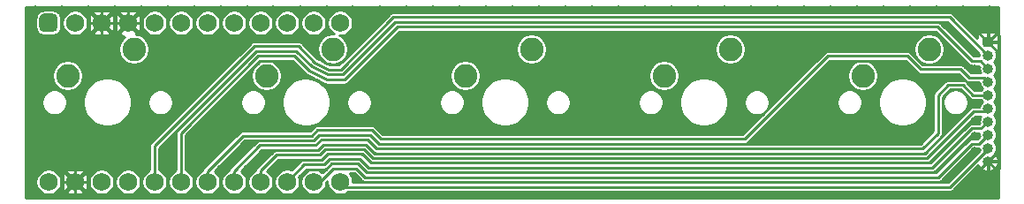
<source format=gbl>
%TF.GenerationSoftware,KiCad,Pcbnew,5.99.0+really5.1.10+dfsg1-1*%
%TF.CreationDate,2021-06-06T12:45:26-04:00*%
%TF.ProjectId,5x1,3578312e-6b69-4636-9164-5f7063625858,rev?*%
%TF.SameCoordinates,Original*%
%TF.FileFunction,Copper,L2,Bot*%
%TF.FilePolarity,Positive*%
%FSLAX46Y46*%
G04 Gerber Fmt 4.6, Leading zero omitted, Abs format (unit mm)*
G04 Created by KiCad (PCBNEW 5.99.0+really5.1.10+dfsg1-1) date 2021-06-06 12:45:26*
%MOMM*%
%LPD*%
G01*
G04 APERTURE LIST*
%TA.AperFunction,ComponentPad*%
%ADD10C,1.752600*%
%TD*%
%TA.AperFunction,ComponentPad*%
%ADD11O,1.000000X1.000000*%
%TD*%
%TA.AperFunction,ComponentPad*%
%ADD12C,2.250000*%
%TD*%
%TA.AperFunction,ViaPad*%
%ADD13C,0.800000*%
%TD*%
%TA.AperFunction,Conductor*%
%ADD14C,0.254000*%
%TD*%
%TA.AperFunction,Conductor*%
%ADD15C,0.381000*%
%TD*%
%TA.AperFunction,Conductor*%
%ADD16C,0.150000*%
%TD*%
G04 APERTURE END LIST*
D10*
%TO.P,U1,24*%
%TO.N,NC1*%
X2540000Y-17145000D03*
%TO.P,U1,12*%
%TO.N,R2*%
X30480000Y-1905000D03*
%TO.P,U1,23*%
%TO.N,GND*%
X5080000Y-17145000D03*
%TO.P,U1,22*%
%TO.N,NC2*%
X7620000Y-17145000D03*
%TO.P,U1,21*%
%TO.N,VCC*%
X10160000Y-17145000D03*
%TO.P,U1,20*%
%TO.N,Net-(J_0-Pad2)*%
X12700000Y-17145000D03*
%TO.P,U1,19*%
%TO.N,Net-(J_0-Pad3)*%
X15240000Y-17145000D03*
%TO.P,U1,18*%
%TO.N,Net-(J_0-Pad4)*%
X17780000Y-17145000D03*
%TO.P,U1,17*%
%TO.N,Net-(J_0-Pad5)*%
X20320000Y-17145000D03*
%TO.P,U1,16*%
%TO.N,Net-(J_0-Pad6)*%
X22860000Y-17145000D03*
%TO.P,U1,15*%
%TO.N,Net-(J_0-Pad7)*%
X25400000Y-17145000D03*
%TO.P,U1,14*%
%TO.N,Net-(J_0-Pad8)*%
X27940000Y-17145000D03*
%TO.P,U1,13*%
%TO.N,Net-(J_0-Pad9)*%
X30480000Y-17145000D03*
%TO.P,U1,11*%
%TO.N,R1*%
X27940000Y-1905000D03*
%TO.P,U1,10*%
%TO.N,C2*%
X25400000Y-1905000D03*
%TO.P,U1,9*%
%TO.N,C1*%
X22860000Y-1905000D03*
%TO.P,U1,8*%
%TO.N,R3*%
X20320000Y-1905000D03*
%TO.P,U1,7*%
%TO.N,C3*%
X17780000Y-1905000D03*
%TO.P,U1,6*%
%TO.N,R4*%
X15240000Y-1905000D03*
%TO.P,U1,5*%
%TO.N,C4*%
X12700000Y-1905000D03*
%TO.P,U1,4*%
%TO.N,GND*%
X10160000Y-1905000D03*
%TO.P,U1,3*%
X7620000Y-1905000D03*
%TO.P,U1,2*%
%TO.N,R0*%
X5080000Y-1905000D03*
%TO.P,U1,1*%
%TO.N,C0*%
%TA.AperFunction,ComponentPad*%
G36*
G01*
X1663700Y-2343150D02*
X1663700Y-1466850D01*
G75*
G02*
X2101850Y-1028700I438150J0D01*
G01*
X2978150Y-1028700D01*
G75*
G02*
X3416300Y-1466850I0J-438150D01*
G01*
X3416300Y-2343150D01*
G75*
G02*
X2978150Y-2781300I-438150J0D01*
G01*
X2101850Y-2781300D01*
G75*
G02*
X1663700Y-2343150I0J438150D01*
G01*
G37*
%TD.AperFunction*%
%TD*%
D11*
%TO.P,J_0,10*%
%TO.N,GND*%
X92583000Y-15176500D03*
%TO.P,J_0,9*%
%TO.N,Net-(J_0-Pad9)*%
X92583000Y-13906500D03*
%TO.P,J_0,8*%
%TO.N,Net-(J_0-Pad8)*%
X92583000Y-12636500D03*
%TO.P,J_0,7*%
%TO.N,Net-(J_0-Pad7)*%
X92583000Y-11366500D03*
%TO.P,J_0,6*%
%TO.N,Net-(J_0-Pad6)*%
X92583000Y-10096500D03*
%TO.P,J_0,5*%
%TO.N,Net-(J_0-Pad5)*%
X92583000Y-8826500D03*
%TO.P,J_0,4*%
%TO.N,Net-(J_0-Pad4)*%
X92583000Y-7556500D03*
%TO.P,J_0,3*%
%TO.N,Net-(J_0-Pad3)*%
X92583000Y-6286500D03*
%TO.P,J_0,2*%
%TO.N,Net-(J_0-Pad2)*%
X92583000Y-5016500D03*
%TO.P,J_0,1*%
%TO.N,GND*%
%TA.AperFunction,ComponentPad*%
G36*
G01*
X92083000Y-3996500D02*
X92083000Y-3496500D01*
G75*
G02*
X92333000Y-3246500I250000J0D01*
G01*
X92833000Y-3246500D01*
G75*
G02*
X93083000Y-3496500I0J-250000D01*
G01*
X93083000Y-3996500D01*
G75*
G02*
X92833000Y-4246500I-250000J0D01*
G01*
X92333000Y-4246500D01*
G75*
G02*
X92083000Y-3996500I0J250000D01*
G01*
G37*
%TD.AperFunction*%
%TD*%
D12*
%TO.P,MX_5,2*%
%TO.N,R4*%
X86931500Y-4445000D03*
%TO.P,MX_5,1*%
%TO.N,C4*%
X80581500Y-6985000D03*
%TD*%
%TO.P,MX_4,2*%
%TO.N,R3*%
X67881500Y-4445000D03*
%TO.P,MX_4,1*%
%TO.N,C3*%
X61531500Y-6985000D03*
%TD*%
%TO.P,MX_3,2*%
%TO.N,R2*%
X48831500Y-4445000D03*
%TO.P,MX_3,1*%
%TO.N,C2*%
X42481500Y-6985000D03*
%TD*%
%TO.P,MX_2,2*%
%TO.N,R1*%
X29781500Y-4445000D03*
%TO.P,MX_2,1*%
%TO.N,C1*%
X23431500Y-6985000D03*
%TD*%
%TO.P,MX_1,2*%
%TO.N,R0*%
X10731500Y-4445000D03*
%TO.P,MX_1,1*%
%TO.N,C0*%
X4381500Y-6985000D03*
%TD*%
D13*
%TO.N,GND*%
X24130000Y-15875000D03*
X34290000Y-635000D03*
X36830000Y-635000D03*
X39370000Y-635000D03*
X41910000Y-635000D03*
X44450000Y-635000D03*
X46990000Y-635000D03*
X49530000Y-635000D03*
X52070000Y-635000D03*
X54610000Y-635000D03*
X57150000Y-635000D03*
X59690000Y-635000D03*
X62230000Y-635000D03*
X64770000Y-635000D03*
X67310000Y-635000D03*
X69850000Y-635000D03*
X72390000Y-635000D03*
X74930000Y-635000D03*
X77470000Y-635000D03*
X80010000Y-635000D03*
X82550000Y-635000D03*
X85090000Y-635000D03*
X87630000Y-635000D03*
X90170000Y-635000D03*
X92710000Y-635000D03*
X4445000Y-8763000D03*
X42545000Y-8763000D03*
X61595000Y-8763000D03*
X80645000Y-8763000D03*
X31750000Y-18415000D03*
X24130000Y-18415000D03*
X13970000Y-18415000D03*
X1270000Y-18415000D03*
X3810000Y-18415000D03*
X1270000Y-15875000D03*
X6350000Y-18415000D03*
X19050000Y-18415000D03*
X3810000Y-15875000D03*
X8890000Y-18415000D03*
X8890000Y-15875000D03*
X21590000Y-18415000D03*
X26670000Y-18415000D03*
X11430000Y-15875000D03*
X6350000Y-15875000D03*
X13970000Y-635000D03*
X16510000Y-635000D03*
X19050000Y-635000D03*
X21590000Y-635000D03*
X24066500Y-635000D03*
X26670000Y-635000D03*
X3810000Y-635000D03*
X1270000Y-635000D03*
X3810000Y-3175000D03*
X1270000Y-3175000D03*
X6350000Y-3175000D03*
X6350000Y-635000D03*
X8890000Y-3175000D03*
X13970000Y-3175000D03*
X16510000Y-3175000D03*
X19050000Y-3175000D03*
X21590000Y-3175000D03*
X24066500Y-3175000D03*
X26670000Y-3175000D03*
X8890000Y-635000D03*
X11430000Y-635000D03*
X31686500Y-635000D03*
X31686500Y-3175000D03*
X11430000Y-18415000D03*
X29210000Y-18415000D03*
X11620500Y-6096000D03*
X49720500Y-6096000D03*
X68770500Y-6096000D03*
X92710000Y-18415000D03*
X90170000Y-18415000D03*
X87630000Y-18415000D03*
X85090000Y-18415000D03*
X82550000Y-18415000D03*
X80010000Y-18415000D03*
X77470000Y-18415000D03*
X74930000Y-18415000D03*
X72390000Y-18415000D03*
X69850000Y-18415000D03*
X67310000Y-18415000D03*
X64770000Y-18415000D03*
X62230000Y-18415000D03*
X59690000Y-18415000D03*
X57150000Y-18415000D03*
X54610000Y-18415000D03*
X52070000Y-18415000D03*
X49530000Y-18415000D03*
X46990000Y-18415000D03*
X44450000Y-18415000D03*
X41910000Y-18415000D03*
X39370000Y-18415000D03*
X36830000Y-18415000D03*
X29210000Y-635000D03*
X34290000Y-18415000D03*
X1270000Y-13335000D03*
X1270000Y-10795000D03*
X1270000Y-8255000D03*
X1270000Y-5715000D03*
X13970000Y-15875000D03*
X16510000Y-18415000D03*
X16510000Y-15875000D03*
X19050000Y-15875000D03*
X21590000Y-15875000D03*
X92710000Y-2222500D03*
X92710000Y-16827500D03*
X23495000Y-8763000D03*
X32004000Y-16891000D03*
X91313000Y-4836160D03*
X91313000Y-6299200D03*
X88389460Y-5377180D03*
X91313000Y-12771120D03*
X91313000Y-14234160D03*
X91313000Y-7975600D03*
X91315540Y-9646920D03*
X91315540Y-11303000D03*
%TD*%
D14*
%TO.N,GND*%
X11676933Y-15875000D02*
X11430000Y-15875000D01*
X92710000Y-3619500D02*
X92583000Y-3746500D01*
X92710000Y-15303500D02*
X92583000Y-15176500D01*
X11430000Y-15621000D02*
X11430000Y-15875000D01*
X26675080Y-18409920D02*
X26670000Y-18415000D01*
X24066500Y-3175000D02*
X24333543Y-3175000D01*
X92583000Y-2349500D02*
X92710000Y-2222500D01*
X92583000Y-3746500D02*
X92583000Y-2349500D01*
X92583000Y-3746500D02*
X93624400Y-3746500D01*
X93624400Y-3517900D02*
X93624400Y-3136900D01*
X93624400Y-3746500D02*
X93624400Y-3517900D01*
X92583000Y-3746500D02*
X93408500Y-2921000D01*
X93408500Y-2921000D02*
X92710000Y-2222500D01*
X93624400Y-3136900D02*
X93408500Y-2921000D01*
X92583000Y-16700500D02*
X92710000Y-16827500D01*
X92583000Y-15176500D02*
X92583000Y-16700500D01*
X92583000Y-15176500D02*
X93522800Y-15176500D01*
X92710000Y-16827500D02*
X92608400Y-16827500D01*
X93469460Y-16068040D02*
X92710000Y-16827500D01*
X93474540Y-16068040D02*
X93469460Y-16068040D01*
X92583000Y-15176500D02*
X93474540Y-16068040D01*
X92583000Y-3746500D02*
X93624400Y-4787900D01*
X93621860Y-15915640D02*
X92710000Y-16827500D01*
X93621860Y-15275560D02*
X93621860Y-15915640D01*
X93621860Y-14137640D02*
X92583000Y-15176500D01*
X93621860Y-14363700D02*
X93621860Y-4147820D01*
X93624400Y-4145280D02*
X93624400Y-3517900D01*
X93624400Y-4787900D02*
X93624400Y-4145280D01*
X93621860Y-15440660D02*
X93621860Y-14363700D01*
X93621860Y-4147820D02*
X93624400Y-4145280D01*
X93621860Y-14363700D02*
X93621860Y-14137640D01*
X6350000Y-635000D02*
X8890000Y-3175000D01*
X8890000Y-635000D02*
X6350000Y-3175000D01*
X11430000Y-635000D02*
X8890000Y-3175000D01*
X8890000Y-635000D02*
X10160000Y-1905000D01*
X10160000Y-1905000D02*
X11285220Y-1905000D01*
X10160000Y-1905000D02*
X10160000Y-731520D01*
X10160000Y-1905000D02*
X7620000Y-1905000D01*
X7620000Y-1905000D02*
X6367780Y-1905000D01*
X7620000Y-1905000D02*
X7620000Y-635000D01*
X7620000Y-1905000D02*
X7620000Y-3136900D01*
D15*
X11430000Y-635000D02*
X8890000Y-635000D01*
X6350000Y-635000D02*
X8890000Y-635000D01*
X6350000Y-635000D02*
X6350000Y-3175000D01*
X6350000Y-3175000D02*
X8890000Y-3175000D01*
X8890000Y-3175000D02*
X8890000Y-635000D01*
D14*
X11239500Y-2984500D02*
X10160000Y-1905000D01*
X11430000Y-2794000D02*
X11239500Y-2984500D01*
D15*
X11430000Y-635000D02*
X11430000Y-2794000D01*
D14*
X6350000Y-18415000D02*
X3810000Y-15875000D01*
X6350000Y-15875000D02*
X3810000Y-18415000D01*
X3845560Y-17145000D02*
X3810000Y-17180560D01*
X5080000Y-17145000D02*
X3845560Y-17145000D01*
D15*
X3810000Y-17180560D02*
X3810000Y-15875000D01*
X3810000Y-18415000D02*
X3810000Y-17180560D01*
D14*
X5080000Y-17145000D02*
X5080000Y-15880080D01*
D15*
X5085080Y-15875000D02*
X6350000Y-15875000D01*
D14*
X5080000Y-15880080D02*
X5085080Y-15875000D01*
D15*
X3810000Y-15875000D02*
X5085080Y-15875000D01*
D14*
X5080000Y-17145000D02*
X6329680Y-17145000D01*
D15*
X6350000Y-17165320D02*
X6350000Y-18415000D01*
D14*
X6329680Y-17145000D02*
X6350000Y-17165320D01*
D15*
X6350000Y-15875000D02*
X6350000Y-17165320D01*
D14*
X5080000Y-18387060D02*
X5052060Y-18415000D01*
X5080000Y-17145000D02*
X5080000Y-18387060D01*
D15*
X5052060Y-18415000D02*
X3810000Y-18415000D01*
X6350000Y-18415000D02*
X5052060Y-18415000D01*
D14*
X92583000Y-3746500D02*
X92583000Y-3726180D01*
X91122500Y-635000D02*
X36830000Y-635000D01*
X92710000Y-2222500D02*
X91122500Y-635000D01*
X89344500Y-18415000D02*
X92583000Y-15176500D01*
X31750000Y-18415000D02*
X89344500Y-18415000D01*
X32291020Y-17178020D02*
X32004000Y-16891000D01*
X91313000Y-14234160D02*
X88369140Y-17178020D01*
X88369140Y-17178020D02*
X32291020Y-17178020D01*
X90926920Y-7975600D02*
X91313000Y-7975600D01*
X88587580Y-7401560D02*
X90352880Y-7401560D01*
X87345520Y-8643620D02*
X88587580Y-7401560D01*
X87345520Y-12283440D02*
X87345520Y-8643620D01*
X86121240Y-13507720D02*
X87345520Y-12283440D01*
X90352880Y-7401560D02*
X90926920Y-7975600D01*
X87866220Y-5900420D02*
X88389460Y-5377180D01*
X86326980Y-5900420D02*
X87866220Y-5900420D01*
X85476080Y-3840480D02*
X85476080Y-5049520D01*
X86326980Y-2989580D02*
X85476080Y-3840480D01*
X34226500Y-635000D02*
X31686500Y-3175000D01*
X36830000Y-635000D02*
X34226500Y-635000D01*
X24886920Y-7590790D02*
X24886920Y-6380480D01*
X23714710Y-8763000D02*
X24886920Y-7590790D01*
X23495000Y-8763000D02*
X23714710Y-8763000D01*
X16510000Y-11846560D02*
X22826980Y-5529580D01*
X16510000Y-15875000D02*
X16510000Y-11846560D01*
X24643080Y-6136640D02*
X24036020Y-5529580D01*
X24886920Y-6380480D02*
X24643080Y-6136640D01*
X26452830Y-3175000D02*
X24066500Y-3175000D01*
X27772360Y-3175000D02*
X26670000Y-3175000D01*
X29568140Y-5892800D02*
X29443680Y-5862320D01*
X30078680Y-5875020D02*
X29824680Y-5905500D01*
X30203140Y-5839460D02*
X30078680Y-5875020D01*
X30322520Y-5798820D02*
X30203140Y-5839460D01*
X30838140Y-5445760D02*
X30754320Y-5532120D01*
X29697680Y-5897880D02*
X29568140Y-5892800D01*
X29824680Y-5905500D02*
X29697680Y-5897880D01*
X30436820Y-5745480D02*
X30322520Y-5798820D01*
X28486100Y-5110480D02*
X28430220Y-4991100D01*
X30754320Y-5532120D02*
X30655260Y-5610860D01*
X28976320Y-5659120D02*
X28872180Y-5582920D01*
X31686500Y-4597400D02*
X30838140Y-5445760D01*
X28686760Y-5407660D02*
X28628340Y-5334000D01*
X30655260Y-5610860D02*
X30551120Y-5684520D01*
X28326080Y-4561840D02*
X28326080Y-3728720D01*
X31686500Y-3175000D02*
X31686500Y-4597400D01*
X29443680Y-5862320D02*
X29319220Y-5826760D01*
X28872180Y-5582920D02*
X28775660Y-5499100D01*
X29319220Y-5826760D02*
X29199840Y-5781040D01*
X29085540Y-5725160D02*
X28976320Y-5659120D01*
X29199840Y-5781040D02*
X29085540Y-5725160D01*
X28775660Y-5499100D02*
X28686760Y-5407660D01*
X30551120Y-5684520D02*
X30436820Y-5745480D01*
X28628340Y-5334000D02*
X28552140Y-5229860D01*
X28552140Y-5229860D02*
X28486100Y-5110480D01*
X28387040Y-4866640D02*
X28354020Y-4739640D01*
X28430220Y-4991100D02*
X28387040Y-4866640D01*
X28354020Y-4739640D02*
X28326080Y-4561840D01*
X28326080Y-3728720D02*
X27772360Y-3175000D01*
X24036020Y-5529580D02*
X23782020Y-5529580D01*
X23782020Y-5529580D02*
X22826980Y-5529580D01*
X88262460Y-12672060D02*
X88216740Y-12717780D01*
X91302840Y-9646920D02*
X89971880Y-8315960D01*
X91315540Y-9646920D02*
X91302840Y-9646920D01*
X91287600Y-9646920D02*
X88216740Y-12717780D01*
X88262460Y-9027160D02*
X88262460Y-12672060D01*
X88973660Y-8315960D02*
X88262460Y-9027160D01*
X91315540Y-9646920D02*
X91287600Y-9646920D01*
X89971880Y-8315960D02*
X88973660Y-8315960D01*
X69453760Y-13507720D02*
X86121240Y-13507720D01*
X13970000Y-13091160D02*
X13970000Y-15875000D01*
X22445980Y-4615180D02*
X13970000Y-13091160D01*
X27774900Y-6083300D02*
X26306780Y-4615180D01*
X26306780Y-4615180D02*
X22445980Y-4615180D01*
X29278580Y-6858000D02*
X27774900Y-6083300D01*
X30731460Y-6858000D02*
X29278580Y-6858000D01*
X35760660Y-1828800D02*
X30731460Y-6858000D01*
X88305640Y-1828800D02*
X35760660Y-1828800D01*
X91313000Y-4836160D02*
X88305640Y-1828800D01*
X90170000Y-1333500D02*
X92583000Y-3746500D01*
X90170000Y-635000D02*
X90170000Y-1333500D01*
X77431900Y-5529580D02*
X69453760Y-13507720D01*
X84648040Y-5529580D02*
X77431900Y-5529580D01*
X85940900Y-6822440D02*
X84648040Y-5529580D01*
X89773760Y-6822440D02*
X85940900Y-6822440D01*
X90926920Y-7975600D02*
X89773760Y-6822440D01*
X85633560Y-5207000D02*
X86326980Y-5900420D01*
X85476080Y-5049520D02*
X85633560Y-5207000D01*
X37404040Y-2748280D02*
X86085680Y-2748280D01*
X28722320Y-7729220D02*
X28818840Y-7815580D01*
X25707340Y-7200900D02*
X27358340Y-7200900D01*
X32189420Y-7962900D02*
X37404040Y-2748280D01*
X27358340Y-7200900D02*
X27612340Y-7226300D01*
X28407360Y-7513320D02*
X28514040Y-7579360D01*
X27612340Y-7226300D02*
X27759660Y-7259320D01*
X27759660Y-7259320D02*
X27818080Y-7272020D01*
X27818080Y-7272020D02*
X27940000Y-7307580D01*
X28968700Y-7962900D02*
X32189420Y-7962900D01*
X27940000Y-7307580D02*
X28061920Y-7348220D01*
X86085680Y-2748280D02*
X86326980Y-2989580D01*
X28178760Y-7396480D02*
X28295600Y-7452360D01*
X28818840Y-7815580D02*
X28968700Y-7962900D01*
X28061920Y-7348220D02*
X28178760Y-7396480D01*
X28295600Y-7452360D02*
X28407360Y-7513320D01*
X28514040Y-7579360D02*
X28620720Y-7650480D01*
X24643080Y-6136640D02*
X25707340Y-7200900D01*
X28620720Y-7650480D02*
X28722320Y-7729220D01*
X90695780Y-6299200D02*
X91313000Y-6299200D01*
X88389460Y-5377180D02*
X89773760Y-5377180D01*
X85041740Y-4615180D02*
X85633560Y-5207000D01*
X77038200Y-4615180D02*
X85041740Y-4615180D01*
X69060060Y-12593320D02*
X77038200Y-4615180D01*
X34574480Y-12593320D02*
X69060060Y-12593320D01*
X33726120Y-11744960D02*
X34574480Y-12593320D01*
X28125420Y-11744960D02*
X33726120Y-11744960D01*
X27594560Y-12275820D02*
X28125420Y-11744960D01*
X20109180Y-12275820D02*
X27594560Y-12275820D01*
X16510000Y-15875000D02*
X20109180Y-12275820D01*
X34193480Y-13507720D02*
X69453760Y-13507720D01*
X28508960Y-12659360D02*
X33345120Y-12659360D01*
X27978100Y-13190220D02*
X28508960Y-12659360D01*
X21734780Y-13190220D02*
X27978100Y-13190220D01*
X19050000Y-15875000D02*
X21734780Y-13190220D01*
X33345120Y-12659360D02*
X34193480Y-13507720D01*
X23360380Y-14104620D02*
X21590000Y-15875000D01*
X28359100Y-14104620D02*
X23360380Y-14104620D01*
X28884880Y-13578840D02*
X28359100Y-14104620D01*
X33809940Y-14422120D02*
X32966660Y-13578840D01*
X86512400Y-14422120D02*
X33809940Y-14422120D01*
X32966660Y-13578840D02*
X28884880Y-13578840D01*
X88216740Y-12717780D02*
X86512400Y-14422120D01*
X24130000Y-15841980D02*
X24130000Y-15875000D01*
X24952960Y-15019020D02*
X24130000Y-15841980D01*
X28752800Y-15019020D02*
X24952960Y-15019020D01*
X29278580Y-14493240D02*
X28752800Y-15019020D01*
X32585660Y-14493240D02*
X29278580Y-14493240D01*
X87063580Y-15336520D02*
X33428940Y-15336520D01*
X33428940Y-15336520D02*
X32585660Y-14493240D01*
X91097100Y-11303000D02*
X87063580Y-15336520D01*
X91315540Y-11303000D02*
X91097100Y-11303000D01*
X26670000Y-16705580D02*
X26670000Y-18415000D01*
X27437080Y-15938500D02*
X26670000Y-16705580D01*
X29128720Y-15938500D02*
X27437080Y-15938500D01*
X29657040Y-15410180D02*
X29128720Y-15938500D01*
X32204660Y-15410180D02*
X29657040Y-15410180D01*
X87604600Y-16256000D02*
X33050480Y-16256000D01*
X91089480Y-12771120D02*
X87604600Y-16256000D01*
X33050480Y-16256000D02*
X32204660Y-15410180D01*
X91313000Y-12771120D02*
X91089480Y-12771120D01*
X89971880Y-5575300D02*
X90695780Y-6299200D01*
X89773760Y-5377180D02*
X89971880Y-5575300D01*
X86085680Y-2748280D02*
X87533480Y-2748280D01*
X87533480Y-2748280D02*
X89222580Y-4437380D01*
X89222580Y-4437380D02*
X89222580Y-4826000D01*
X89222580Y-4826000D02*
X89971880Y-5575300D01*
X86565740Y-2750820D02*
X86326980Y-2989580D01*
X87536020Y-2750820D02*
X86565740Y-2750820D01*
X88389460Y-3604260D02*
X87536020Y-2750820D01*
X88389460Y-5377180D02*
X88389460Y-3604260D01*
%TO.N,Net-(J_0-Pad9)*%
X30977840Y-17642840D02*
X30480000Y-17145000D01*
X88938100Y-17642840D02*
X30977840Y-17642840D01*
X92583000Y-13997940D02*
X88938100Y-17642840D01*
X92583000Y-13906500D02*
X92583000Y-13997940D01*
%TO.N,Net-(J_0-Pad8)*%
X28569920Y-17145000D02*
X28519120Y-17145000D01*
X27940000Y-17145000D02*
X28569920Y-17145000D01*
X32014160Y-15867380D02*
X29847540Y-15867380D01*
X32859980Y-16713200D02*
X32014160Y-15867380D01*
X87797640Y-16713200D02*
X32859980Y-16713200D01*
X91008200Y-13502640D02*
X87797640Y-16713200D01*
X29847540Y-15867380D02*
X28569920Y-17145000D01*
X91716860Y-13502640D02*
X91008200Y-13502640D01*
X92583000Y-12636500D02*
X91716860Y-13502640D01*
%TO.N,Net-(J_0-Pad7)*%
X33240980Y-15796260D02*
X87254080Y-15796260D01*
X32397700Y-14952980D02*
X33240980Y-15796260D01*
X29466540Y-14952980D02*
X32397700Y-14952980D01*
X28940760Y-15478760D02*
X29466540Y-14952980D01*
X91912440Y-12037060D02*
X92583000Y-11366500D01*
X91013280Y-12037060D02*
X91912440Y-12037060D01*
X87254080Y-15796260D02*
X91013280Y-12037060D01*
X27066240Y-15478760D02*
X28940760Y-15478760D01*
X25400000Y-17145000D02*
X27066240Y-15478760D01*
%TO.N,Net-(J_0-Pad6)*%
X33619440Y-14879320D02*
X86702900Y-14879320D01*
X86702900Y-14879320D02*
X91168220Y-10414000D01*
X32776160Y-14036040D02*
X33619440Y-14879320D01*
X29077920Y-14036040D02*
X32776160Y-14036040D01*
X28552140Y-14561820D02*
X29077920Y-14036040D01*
X91168220Y-10414000D02*
X92265500Y-10414000D01*
X24401780Y-14561820D02*
X28552140Y-14561820D01*
X92265500Y-10414000D02*
X92583000Y-10096500D01*
X22860000Y-16103600D02*
X24401780Y-14561820D01*
X22860000Y-17145000D02*
X22860000Y-16103600D01*
%TO.N,Net-(J_0-Pad5)*%
X22783800Y-13647420D02*
X20320000Y-16111220D01*
X28168600Y-13647420D02*
X22783800Y-13647420D01*
X28699460Y-13116560D02*
X28168600Y-13647420D01*
X33154620Y-13116560D02*
X28699460Y-13116560D01*
X34002980Y-13964920D02*
X33154620Y-13116560D01*
X20320000Y-16111220D02*
X20320000Y-17145000D01*
X86314280Y-13964920D02*
X34002980Y-13964920D01*
X87802720Y-12476480D02*
X86314280Y-13964920D01*
X87802720Y-8834120D02*
X87802720Y-12476480D01*
X90162380Y-7858760D02*
X88778080Y-7858760D01*
X88778080Y-7858760D02*
X87802720Y-8834120D01*
X91130120Y-8826500D02*
X90162380Y-7858760D01*
X92583000Y-8826500D02*
X91130120Y-8826500D01*
%TO.N,Net-(J_0-Pad4)*%
X92583000Y-7556500D02*
X92191840Y-7165340D01*
X92191840Y-7165340D02*
X90764360Y-7165340D01*
X90764360Y-7165340D02*
X89961720Y-6362700D01*
X89961720Y-6362700D02*
X86131400Y-6362700D01*
X86131400Y-6362700D02*
X84841080Y-5072380D01*
X84841080Y-5072380D02*
X77233780Y-5072380D01*
X17780000Y-16108680D02*
X17780000Y-17145000D01*
X21155660Y-12733020D02*
X17780000Y-16108680D01*
X77233780Y-5072380D02*
X69255640Y-13050520D01*
X28318460Y-12202160D02*
X27787600Y-12733020D01*
X27787600Y-12733020D02*
X21155660Y-12733020D01*
X34383980Y-13050520D02*
X33535620Y-12202160D01*
X33535620Y-12202160D02*
X28318460Y-12202160D01*
X69255640Y-13050520D02*
X34383980Y-13050520D01*
%TO.N,Net-(J_0-Pad3)*%
X15240000Y-12468860D02*
X15240000Y-17145000D01*
X22636480Y-5072380D02*
X15240000Y-12468860D01*
X26103580Y-5072380D02*
X22636480Y-5072380D01*
X27503120Y-6471920D02*
X26103580Y-5072380D01*
X29217620Y-7348220D02*
X27503120Y-6471920D01*
X30899100Y-7348220D02*
X29217620Y-7348220D01*
X35961320Y-2286000D02*
X30899100Y-7348220D01*
X87726520Y-2286000D02*
X35961320Y-2286000D01*
X91008200Y-5567680D02*
X87726520Y-2286000D01*
X91864180Y-5567680D02*
X91008200Y-5567680D01*
X92583000Y-6286500D02*
X91864180Y-5567680D01*
%TO.N,Net-(J_0-Pad2)*%
X12700000Y-13713460D02*
X12700000Y-17145000D01*
X26499820Y-4157980D02*
X22255480Y-4157980D01*
X22255480Y-4157980D02*
X12700000Y-13713460D01*
X28051760Y-5709920D02*
X26499820Y-4157980D01*
X30546040Y-6395720D02*
X29390340Y-6395720D01*
X29390340Y-6395720D02*
X28051760Y-5709920D01*
X88879680Y-1366520D02*
X35575240Y-1366520D01*
X92529660Y-5016500D02*
X88879680Y-1366520D01*
X35575240Y-1366520D02*
X30546040Y-6395720D01*
X92583000Y-5016500D02*
X92529660Y-5016500D01*
%TD*%
%TO.N,GND*%
X93612100Y-18682100D02*
X367900Y-18682100D01*
X367900Y-17024919D01*
X1320800Y-17024919D01*
X1320800Y-17265081D01*
X1367653Y-17500627D01*
X1459559Y-17722508D01*
X1592986Y-17922195D01*
X1762805Y-18092014D01*
X1962492Y-18225441D01*
X2184373Y-18317347D01*
X2419919Y-18364200D01*
X2660081Y-18364200D01*
X2895627Y-18317347D01*
X3117508Y-18225441D01*
X3317195Y-18092014D01*
X3326655Y-18082554D01*
X4232248Y-18082554D01*
X4314616Y-18306492D01*
X4555919Y-18433494D01*
X4817361Y-18510978D01*
X5088897Y-18535970D01*
X5360091Y-18507507D01*
X5620520Y-18426684D01*
X5845384Y-18306492D01*
X5927752Y-18082554D01*
X5080000Y-17234803D01*
X4232248Y-18082554D01*
X3326655Y-18082554D01*
X3487014Y-17922195D01*
X3620441Y-17722508D01*
X3712347Y-17500627D01*
X3723513Y-17444490D01*
X3798316Y-17685520D01*
X3918508Y-17910384D01*
X4142446Y-17992752D01*
X4990197Y-17145000D01*
X5169803Y-17145000D01*
X6017554Y-17992752D01*
X6241492Y-17910384D01*
X6368494Y-17669081D01*
X6435912Y-17441602D01*
X6447653Y-17500627D01*
X6539559Y-17722508D01*
X6672986Y-17922195D01*
X6842805Y-18092014D01*
X7042492Y-18225441D01*
X7264373Y-18317347D01*
X7499919Y-18364200D01*
X7740081Y-18364200D01*
X7975627Y-18317347D01*
X8197508Y-18225441D01*
X8397195Y-18092014D01*
X8567014Y-17922195D01*
X8700441Y-17722508D01*
X8792347Y-17500627D01*
X8839200Y-17265081D01*
X8839200Y-17024919D01*
X8940800Y-17024919D01*
X8940800Y-17265081D01*
X8987653Y-17500627D01*
X9079559Y-17722508D01*
X9212986Y-17922195D01*
X9382805Y-18092014D01*
X9582492Y-18225441D01*
X9804373Y-18317347D01*
X10039919Y-18364200D01*
X10280081Y-18364200D01*
X10515627Y-18317347D01*
X10737508Y-18225441D01*
X10937195Y-18092014D01*
X11107014Y-17922195D01*
X11240441Y-17722508D01*
X11332347Y-17500627D01*
X11379200Y-17265081D01*
X11379200Y-17024919D01*
X11480800Y-17024919D01*
X11480800Y-17265081D01*
X11527653Y-17500627D01*
X11619559Y-17722508D01*
X11752986Y-17922195D01*
X11922805Y-18092014D01*
X12122492Y-18225441D01*
X12344373Y-18317347D01*
X12579919Y-18364200D01*
X12820081Y-18364200D01*
X13055627Y-18317347D01*
X13277508Y-18225441D01*
X13477195Y-18092014D01*
X13647014Y-17922195D01*
X13780441Y-17722508D01*
X13872347Y-17500627D01*
X13919200Y-17265081D01*
X13919200Y-17024919D01*
X13872347Y-16789373D01*
X13780441Y-16567492D01*
X13647014Y-16367805D01*
X13477195Y-16197986D01*
X13277508Y-16064559D01*
X13169900Y-16019986D01*
X13169900Y-13908098D01*
X14819774Y-12258224D01*
X14813523Y-12269920D01*
X14803769Y-12288168D01*
X14776900Y-12376744D01*
X14767827Y-12468860D01*
X14770100Y-12491937D01*
X14770101Y-16019986D01*
X14662492Y-16064559D01*
X14462805Y-16197986D01*
X14292986Y-16367805D01*
X14159559Y-16567492D01*
X14067653Y-16789373D01*
X14020800Y-17024919D01*
X14020800Y-17265081D01*
X14067653Y-17500627D01*
X14159559Y-17722508D01*
X14292986Y-17922195D01*
X14462805Y-18092014D01*
X14662492Y-18225441D01*
X14884373Y-18317347D01*
X15119919Y-18364200D01*
X15360081Y-18364200D01*
X15595627Y-18317347D01*
X15817508Y-18225441D01*
X16017195Y-18092014D01*
X16187014Y-17922195D01*
X16320441Y-17722508D01*
X16412347Y-17500627D01*
X16459200Y-17265081D01*
X16459200Y-17024919D01*
X16412347Y-16789373D01*
X16320441Y-16567492D01*
X16187014Y-16367805D01*
X16017195Y-16197986D01*
X15817508Y-16064559D01*
X15709900Y-16019986D01*
X15709900Y-12663498D01*
X18968351Y-9405047D01*
X20943600Y-9405047D01*
X20943600Y-9644953D01*
X20990403Y-9880248D01*
X21082211Y-10101892D01*
X21215495Y-10301366D01*
X21385134Y-10471005D01*
X21584608Y-10604289D01*
X21806252Y-10696097D01*
X22041547Y-10742900D01*
X22281453Y-10742900D01*
X22516748Y-10696097D01*
X22738392Y-10604289D01*
X22937866Y-10471005D01*
X23107505Y-10301366D01*
X23240789Y-10101892D01*
X23332597Y-9880248D01*
X23379400Y-9644953D01*
X23379400Y-9405047D01*
X23357480Y-9294845D01*
X24904700Y-9294845D01*
X24904700Y-9755155D01*
X24994502Y-10206619D01*
X25170655Y-10631890D01*
X25426389Y-11014623D01*
X25751877Y-11340111D01*
X26134610Y-11595845D01*
X26559881Y-11771998D01*
X27011345Y-11861800D01*
X27471655Y-11861800D01*
X27923119Y-11771998D01*
X28348390Y-11595845D01*
X28731123Y-11340111D01*
X29056611Y-11014623D01*
X29312345Y-10631890D01*
X29488498Y-10206619D01*
X29578300Y-9755155D01*
X29578300Y-9405047D01*
X31103600Y-9405047D01*
X31103600Y-9644953D01*
X31150403Y-9880248D01*
X31242211Y-10101892D01*
X31375495Y-10301366D01*
X31545134Y-10471005D01*
X31744608Y-10604289D01*
X31966252Y-10696097D01*
X32201547Y-10742900D01*
X32441453Y-10742900D01*
X32676748Y-10696097D01*
X32898392Y-10604289D01*
X33097866Y-10471005D01*
X33267505Y-10301366D01*
X33400789Y-10101892D01*
X33492597Y-9880248D01*
X33539400Y-9644953D01*
X33539400Y-9405047D01*
X39993600Y-9405047D01*
X39993600Y-9644953D01*
X40040403Y-9880248D01*
X40132211Y-10101892D01*
X40265495Y-10301366D01*
X40435134Y-10471005D01*
X40634608Y-10604289D01*
X40856252Y-10696097D01*
X41091547Y-10742900D01*
X41331453Y-10742900D01*
X41566748Y-10696097D01*
X41788392Y-10604289D01*
X41987866Y-10471005D01*
X42157505Y-10301366D01*
X42290789Y-10101892D01*
X42382597Y-9880248D01*
X42429400Y-9644953D01*
X42429400Y-9405047D01*
X42407480Y-9294845D01*
X43954700Y-9294845D01*
X43954700Y-9755155D01*
X44044502Y-10206619D01*
X44220655Y-10631890D01*
X44476389Y-11014623D01*
X44801877Y-11340111D01*
X45184610Y-11595845D01*
X45609881Y-11771998D01*
X46061345Y-11861800D01*
X46521655Y-11861800D01*
X46973119Y-11771998D01*
X47398390Y-11595845D01*
X47781123Y-11340111D01*
X48106611Y-11014623D01*
X48362345Y-10631890D01*
X48538498Y-10206619D01*
X48628300Y-9755155D01*
X48628300Y-9405047D01*
X50153600Y-9405047D01*
X50153600Y-9644953D01*
X50200403Y-9880248D01*
X50292211Y-10101892D01*
X50425495Y-10301366D01*
X50595134Y-10471005D01*
X50794608Y-10604289D01*
X51016252Y-10696097D01*
X51251547Y-10742900D01*
X51491453Y-10742900D01*
X51726748Y-10696097D01*
X51948392Y-10604289D01*
X52147866Y-10471005D01*
X52317505Y-10301366D01*
X52450789Y-10101892D01*
X52542597Y-9880248D01*
X52589400Y-9644953D01*
X52589400Y-9405047D01*
X59043600Y-9405047D01*
X59043600Y-9644953D01*
X59090403Y-9880248D01*
X59182211Y-10101892D01*
X59315495Y-10301366D01*
X59485134Y-10471005D01*
X59684608Y-10604289D01*
X59906252Y-10696097D01*
X60141547Y-10742900D01*
X60381453Y-10742900D01*
X60616748Y-10696097D01*
X60838392Y-10604289D01*
X61037866Y-10471005D01*
X61207505Y-10301366D01*
X61340789Y-10101892D01*
X61432597Y-9880248D01*
X61479400Y-9644953D01*
X61479400Y-9405047D01*
X61457480Y-9294845D01*
X63004700Y-9294845D01*
X63004700Y-9755155D01*
X63094502Y-10206619D01*
X63270655Y-10631890D01*
X63526389Y-11014623D01*
X63851877Y-11340111D01*
X64234610Y-11595845D01*
X64659881Y-11771998D01*
X65111345Y-11861800D01*
X65571655Y-11861800D01*
X66023119Y-11771998D01*
X66448390Y-11595845D01*
X66831123Y-11340111D01*
X67156611Y-11014623D01*
X67412345Y-10631890D01*
X67588498Y-10206619D01*
X67678300Y-9755155D01*
X67678300Y-9294845D01*
X67588498Y-8843381D01*
X67412345Y-8418110D01*
X67156611Y-8035377D01*
X66831123Y-7709889D01*
X66448390Y-7454155D01*
X66023119Y-7278002D01*
X65571655Y-7188200D01*
X65111345Y-7188200D01*
X64659881Y-7278002D01*
X64234610Y-7454155D01*
X63851877Y-7709889D01*
X63526389Y-8035377D01*
X63270655Y-8418110D01*
X63094502Y-8843381D01*
X63004700Y-9294845D01*
X61457480Y-9294845D01*
X61432597Y-9169752D01*
X61340789Y-8948108D01*
X61207505Y-8748634D01*
X61037866Y-8578995D01*
X60838392Y-8445711D01*
X60616748Y-8353903D01*
X60381453Y-8307100D01*
X60141547Y-8307100D01*
X59906252Y-8353903D01*
X59684608Y-8445711D01*
X59485134Y-8578995D01*
X59315495Y-8748634D01*
X59182211Y-8948108D01*
X59090403Y-9169752D01*
X59043600Y-9405047D01*
X52589400Y-9405047D01*
X52542597Y-9169752D01*
X52450789Y-8948108D01*
X52317505Y-8748634D01*
X52147866Y-8578995D01*
X51948392Y-8445711D01*
X51726748Y-8353903D01*
X51491453Y-8307100D01*
X51251547Y-8307100D01*
X51016252Y-8353903D01*
X50794608Y-8445711D01*
X50595134Y-8578995D01*
X50425495Y-8748634D01*
X50292211Y-8948108D01*
X50200403Y-9169752D01*
X50153600Y-9405047D01*
X48628300Y-9405047D01*
X48628300Y-9294845D01*
X48538498Y-8843381D01*
X48362345Y-8418110D01*
X48106611Y-8035377D01*
X47781123Y-7709889D01*
X47398390Y-7454155D01*
X46973119Y-7278002D01*
X46521655Y-7188200D01*
X46061345Y-7188200D01*
X45609881Y-7278002D01*
X45184610Y-7454155D01*
X44801877Y-7709889D01*
X44476389Y-8035377D01*
X44220655Y-8418110D01*
X44044502Y-8843381D01*
X43954700Y-9294845D01*
X42407480Y-9294845D01*
X42382597Y-9169752D01*
X42290789Y-8948108D01*
X42157505Y-8748634D01*
X41987866Y-8578995D01*
X41788392Y-8445711D01*
X41566748Y-8353903D01*
X41331453Y-8307100D01*
X41091547Y-8307100D01*
X40856252Y-8353903D01*
X40634608Y-8445711D01*
X40435134Y-8578995D01*
X40265495Y-8748634D01*
X40132211Y-8948108D01*
X40040403Y-9169752D01*
X39993600Y-9405047D01*
X33539400Y-9405047D01*
X33492597Y-9169752D01*
X33400789Y-8948108D01*
X33267505Y-8748634D01*
X33097866Y-8578995D01*
X32898392Y-8445711D01*
X32676748Y-8353903D01*
X32441453Y-8307100D01*
X32201547Y-8307100D01*
X31966252Y-8353903D01*
X31744608Y-8445711D01*
X31545134Y-8578995D01*
X31375495Y-8748634D01*
X31242211Y-8948108D01*
X31150403Y-9169752D01*
X31103600Y-9405047D01*
X29578300Y-9405047D01*
X29578300Y-9294845D01*
X29488498Y-8843381D01*
X29312345Y-8418110D01*
X29056611Y-8035377D01*
X28731123Y-7709889D01*
X28348390Y-7454155D01*
X27923119Y-7278002D01*
X27471655Y-7188200D01*
X27011345Y-7188200D01*
X26559881Y-7278002D01*
X26134610Y-7454155D01*
X25751877Y-7709889D01*
X25426389Y-8035377D01*
X25170655Y-8418110D01*
X24994502Y-8843381D01*
X24904700Y-9294845D01*
X23357480Y-9294845D01*
X23332597Y-9169752D01*
X23240789Y-8948108D01*
X23107505Y-8748634D01*
X22937866Y-8578995D01*
X22738392Y-8445711D01*
X22516748Y-8353903D01*
X22281453Y-8307100D01*
X22041547Y-8307100D01*
X21806252Y-8353903D01*
X21584608Y-8445711D01*
X21385134Y-8578995D01*
X21215495Y-8748634D01*
X21082211Y-8948108D01*
X20990403Y-9169752D01*
X20943600Y-9405047D01*
X18968351Y-9405047D01*
X22225210Y-6148189D01*
X22130663Y-6289688D01*
X22020010Y-6556829D01*
X21963600Y-6840424D01*
X21963600Y-7129576D01*
X22020010Y-7413171D01*
X22130663Y-7680312D01*
X22291307Y-7920732D01*
X22495768Y-8125193D01*
X22736188Y-8285837D01*
X23003329Y-8396490D01*
X23286924Y-8452900D01*
X23576076Y-8452900D01*
X23859671Y-8396490D01*
X24126812Y-8285837D01*
X24367232Y-8125193D01*
X24571693Y-7920732D01*
X24732337Y-7680312D01*
X24842990Y-7413171D01*
X24899400Y-7129576D01*
X24899400Y-6840424D01*
X24842990Y-6556829D01*
X24732337Y-6289688D01*
X24571693Y-6049268D01*
X24367232Y-5844807D01*
X24126812Y-5684163D01*
X23859671Y-5573510D01*
X23702666Y-5542280D01*
X25908942Y-5542280D01*
X27141212Y-6774551D01*
X27143692Y-6778119D01*
X27173841Y-6807180D01*
X27187168Y-6820507D01*
X27190526Y-6823262D01*
X27210335Y-6842357D01*
X27226210Y-6852547D01*
X27240794Y-6864516D01*
X27265067Y-6877490D01*
X27268715Y-6879832D01*
X27285458Y-6888389D01*
X27322427Y-6908150D01*
X27326592Y-6909413D01*
X28999922Y-7764671D01*
X29036927Y-7784451D01*
X29063271Y-7792442D01*
X29088881Y-7802503D01*
X29107447Y-7805843D01*
X29125504Y-7811320D01*
X29152896Y-7814018D01*
X29179981Y-7818890D01*
X29221874Y-7818120D01*
X30876023Y-7818120D01*
X30899100Y-7820393D01*
X30922177Y-7818120D01*
X30991216Y-7811320D01*
X31079793Y-7784451D01*
X31161425Y-7740818D01*
X31232977Y-7682097D01*
X31247695Y-7664163D01*
X32071434Y-6840424D01*
X41013600Y-6840424D01*
X41013600Y-7129576D01*
X41070010Y-7413171D01*
X41180663Y-7680312D01*
X41341307Y-7920732D01*
X41545768Y-8125193D01*
X41786188Y-8285837D01*
X42053329Y-8396490D01*
X42336924Y-8452900D01*
X42626076Y-8452900D01*
X42909671Y-8396490D01*
X43176812Y-8285837D01*
X43417232Y-8125193D01*
X43621693Y-7920732D01*
X43782337Y-7680312D01*
X43892990Y-7413171D01*
X43949400Y-7129576D01*
X43949400Y-6840424D01*
X60063600Y-6840424D01*
X60063600Y-7129576D01*
X60120010Y-7413171D01*
X60230663Y-7680312D01*
X60391307Y-7920732D01*
X60595768Y-8125193D01*
X60836188Y-8285837D01*
X61103329Y-8396490D01*
X61386924Y-8452900D01*
X61676076Y-8452900D01*
X61959671Y-8396490D01*
X62226812Y-8285837D01*
X62467232Y-8125193D01*
X62671693Y-7920732D01*
X62832337Y-7680312D01*
X62942990Y-7413171D01*
X62999400Y-7129576D01*
X62999400Y-6840424D01*
X62942990Y-6556829D01*
X62832337Y-6289688D01*
X62671693Y-6049268D01*
X62467232Y-5844807D01*
X62226812Y-5684163D01*
X61959671Y-5573510D01*
X61676076Y-5517100D01*
X61386924Y-5517100D01*
X61103329Y-5573510D01*
X60836188Y-5684163D01*
X60595768Y-5844807D01*
X60391307Y-6049268D01*
X60230663Y-6289688D01*
X60120010Y-6556829D01*
X60063600Y-6840424D01*
X43949400Y-6840424D01*
X43892990Y-6556829D01*
X43782337Y-6289688D01*
X43621693Y-6049268D01*
X43417232Y-5844807D01*
X43176812Y-5684163D01*
X42909671Y-5573510D01*
X42626076Y-5517100D01*
X42336924Y-5517100D01*
X42053329Y-5573510D01*
X41786188Y-5684163D01*
X41545768Y-5844807D01*
X41341307Y-6049268D01*
X41180663Y-6289688D01*
X41070010Y-6556829D01*
X41013600Y-6840424D01*
X32071434Y-6840424D01*
X34611434Y-4300424D01*
X47363600Y-4300424D01*
X47363600Y-4589576D01*
X47420010Y-4873171D01*
X47530663Y-5140312D01*
X47691307Y-5380732D01*
X47895768Y-5585193D01*
X48136188Y-5745837D01*
X48403329Y-5856490D01*
X48686924Y-5912900D01*
X48976076Y-5912900D01*
X49259671Y-5856490D01*
X49526812Y-5745837D01*
X49767232Y-5585193D01*
X49971693Y-5380732D01*
X50132337Y-5140312D01*
X50242990Y-4873171D01*
X50299400Y-4589576D01*
X50299400Y-4300424D01*
X66413600Y-4300424D01*
X66413600Y-4589576D01*
X66470010Y-4873171D01*
X66580663Y-5140312D01*
X66741307Y-5380732D01*
X66945768Y-5585193D01*
X67186188Y-5745837D01*
X67453329Y-5856490D01*
X67736924Y-5912900D01*
X68026076Y-5912900D01*
X68309671Y-5856490D01*
X68576812Y-5745837D01*
X68817232Y-5585193D01*
X69021693Y-5380732D01*
X69182337Y-5140312D01*
X69292990Y-4873171D01*
X69349400Y-4589576D01*
X69349400Y-4300424D01*
X69292990Y-4016829D01*
X69182337Y-3749688D01*
X69021693Y-3509268D01*
X68817232Y-3304807D01*
X68576812Y-3144163D01*
X68309671Y-3033510D01*
X68026076Y-2977100D01*
X67736924Y-2977100D01*
X67453329Y-3033510D01*
X67186188Y-3144163D01*
X66945768Y-3304807D01*
X66741307Y-3509268D01*
X66580663Y-3749688D01*
X66470010Y-4016829D01*
X66413600Y-4300424D01*
X50299400Y-4300424D01*
X50242990Y-4016829D01*
X50132337Y-3749688D01*
X49971693Y-3509268D01*
X49767232Y-3304807D01*
X49526812Y-3144163D01*
X49259671Y-3033510D01*
X48976076Y-2977100D01*
X48686924Y-2977100D01*
X48403329Y-3033510D01*
X48136188Y-3144163D01*
X47895768Y-3304807D01*
X47691307Y-3509268D01*
X47530663Y-3749688D01*
X47420010Y-4016829D01*
X47363600Y-4300424D01*
X34611434Y-4300424D01*
X36155959Y-2755900D01*
X87531882Y-2755900D01*
X90659610Y-5883629D01*
X90674323Y-5901557D01*
X90745875Y-5960278D01*
X90827507Y-6003911D01*
X90882636Y-6020634D01*
X90916082Y-6030780D01*
X91008199Y-6039853D01*
X91031276Y-6037580D01*
X91669542Y-6037580D01*
X91755919Y-6123957D01*
X91740100Y-6203482D01*
X91740100Y-6369518D01*
X91772493Y-6532365D01*
X91836032Y-6685763D01*
X91842498Y-6695440D01*
X90958999Y-6695440D01*
X90310315Y-6046757D01*
X90295597Y-6028823D01*
X90224045Y-5970102D01*
X90142413Y-5926469D01*
X90053836Y-5899600D01*
X89984797Y-5892800D01*
X89961720Y-5890527D01*
X89938643Y-5892800D01*
X87177127Y-5892800D01*
X87359671Y-5856490D01*
X87626812Y-5745837D01*
X87867232Y-5585193D01*
X88071693Y-5380732D01*
X88232337Y-5140312D01*
X88342990Y-4873171D01*
X88399400Y-4589576D01*
X88399400Y-4300424D01*
X88342990Y-4016829D01*
X88232337Y-3749688D01*
X88071693Y-3509268D01*
X87867232Y-3304807D01*
X87626812Y-3144163D01*
X87359671Y-3033510D01*
X87076076Y-2977100D01*
X86786924Y-2977100D01*
X86503329Y-3033510D01*
X86236188Y-3144163D01*
X85995768Y-3304807D01*
X85791307Y-3509268D01*
X85630663Y-3749688D01*
X85520010Y-4016829D01*
X85463600Y-4300424D01*
X85463600Y-4589576D01*
X85520010Y-4873171D01*
X85630663Y-5140312D01*
X85745670Y-5312431D01*
X85189675Y-4756437D01*
X85174957Y-4738503D01*
X85103405Y-4679782D01*
X85021773Y-4636149D01*
X84933196Y-4609280D01*
X84864157Y-4602480D01*
X84841080Y-4600207D01*
X84818003Y-4602480D01*
X77256857Y-4602480D01*
X77233780Y-4600207D01*
X77141663Y-4609280D01*
X77053087Y-4636149D01*
X76971455Y-4679782D01*
X76899903Y-4738503D01*
X76885190Y-4756431D01*
X71422376Y-10219246D01*
X71500789Y-10101892D01*
X71592597Y-9880248D01*
X71639400Y-9644953D01*
X71639400Y-9405047D01*
X71592597Y-9169752D01*
X71500789Y-8948108D01*
X71367505Y-8748634D01*
X71197866Y-8578995D01*
X70998392Y-8445711D01*
X70776748Y-8353903D01*
X70541453Y-8307100D01*
X70301547Y-8307100D01*
X70066252Y-8353903D01*
X69844608Y-8445711D01*
X69645134Y-8578995D01*
X69475495Y-8748634D01*
X69342211Y-8948108D01*
X69250403Y-9169752D01*
X69203600Y-9405047D01*
X69203600Y-9644953D01*
X69250403Y-9880248D01*
X69342211Y-10101892D01*
X69475495Y-10301366D01*
X69645134Y-10471005D01*
X69844608Y-10604289D01*
X70066252Y-10696097D01*
X70301547Y-10742900D01*
X70541453Y-10742900D01*
X70776748Y-10696097D01*
X70998392Y-10604289D01*
X71115746Y-10525876D01*
X69061002Y-12580620D01*
X34578619Y-12580620D01*
X33884215Y-11886217D01*
X33869497Y-11868283D01*
X33797945Y-11809562D01*
X33716313Y-11765929D01*
X33627736Y-11739060D01*
X33558697Y-11732260D01*
X33535620Y-11729987D01*
X33512543Y-11732260D01*
X28341536Y-11732260D01*
X28318459Y-11729987D01*
X28226342Y-11739060D01*
X28192896Y-11749206D01*
X28137767Y-11765929D01*
X28056135Y-11809562D01*
X27984583Y-11868283D01*
X27969869Y-11886212D01*
X27592962Y-12263120D01*
X21178736Y-12263120D01*
X21155659Y-12260847D01*
X21063542Y-12269920D01*
X21003390Y-12288167D01*
X20974967Y-12296789D01*
X20893335Y-12340422D01*
X20821783Y-12399143D01*
X20807072Y-12417069D01*
X17464057Y-15760085D01*
X17446123Y-15774803D01*
X17387402Y-15846355D01*
X17343770Y-15927987D01*
X17343769Y-15927988D01*
X17316900Y-16016564D01*
X17316838Y-16017195D01*
X17202492Y-16064559D01*
X17002805Y-16197986D01*
X16832986Y-16367805D01*
X16699559Y-16567492D01*
X16607653Y-16789373D01*
X16560800Y-17024919D01*
X16560800Y-17265081D01*
X16607653Y-17500627D01*
X16699559Y-17722508D01*
X16832986Y-17922195D01*
X17002805Y-18092014D01*
X17202492Y-18225441D01*
X17424373Y-18317347D01*
X17659919Y-18364200D01*
X17900081Y-18364200D01*
X18135627Y-18317347D01*
X18357508Y-18225441D01*
X18557195Y-18092014D01*
X18727014Y-17922195D01*
X18860441Y-17722508D01*
X18952347Y-17500627D01*
X18999200Y-17265081D01*
X18999200Y-17024919D01*
X18952347Y-16789373D01*
X18860441Y-16567492D01*
X18727014Y-16367805D01*
X18557195Y-16197986D01*
X18436127Y-16117091D01*
X21350299Y-13202920D01*
X22630367Y-13202920D01*
X22603107Y-13211189D01*
X22521475Y-13254822D01*
X22449923Y-13313543D01*
X22435212Y-13331469D01*
X20004057Y-15762625D01*
X19986123Y-15777343D01*
X19927402Y-15848895D01*
X19887842Y-15922908D01*
X19883769Y-15930528D01*
X19857571Y-16016892D01*
X19742492Y-16064559D01*
X19542805Y-16197986D01*
X19372986Y-16367805D01*
X19239559Y-16567492D01*
X19147653Y-16789373D01*
X19100800Y-17024919D01*
X19100800Y-17265081D01*
X19147653Y-17500627D01*
X19239559Y-17722508D01*
X19372986Y-17922195D01*
X19542805Y-18092014D01*
X19742492Y-18225441D01*
X19964373Y-18317347D01*
X20199919Y-18364200D01*
X20440081Y-18364200D01*
X20675627Y-18317347D01*
X20897508Y-18225441D01*
X21097195Y-18092014D01*
X21267014Y-17922195D01*
X21400441Y-17722508D01*
X21492347Y-17500627D01*
X21539200Y-17265081D01*
X21539200Y-17024919D01*
X21492347Y-16789373D01*
X21400441Y-16567492D01*
X21267014Y-16367805D01*
X21097195Y-16197986D01*
X20977650Y-16118108D01*
X22978439Y-14117320D01*
X24248346Y-14117320D01*
X24221087Y-14125589D01*
X24139455Y-14169222D01*
X24067903Y-14227943D01*
X24053192Y-14245869D01*
X22544052Y-15755010D01*
X22526124Y-15769723D01*
X22467403Y-15841275D01*
X22442227Y-15888376D01*
X22423769Y-15922908D01*
X22396900Y-16011484D01*
X22396316Y-16017412D01*
X22282492Y-16064559D01*
X22082805Y-16197986D01*
X21912986Y-16367805D01*
X21779559Y-16567492D01*
X21687653Y-16789373D01*
X21640800Y-17024919D01*
X21640800Y-17265081D01*
X21687653Y-17500627D01*
X21779559Y-17722508D01*
X21912986Y-17922195D01*
X22082805Y-18092014D01*
X22282492Y-18225441D01*
X22504373Y-18317347D01*
X22739919Y-18364200D01*
X22980081Y-18364200D01*
X23215627Y-18317347D01*
X23437508Y-18225441D01*
X23637195Y-18092014D01*
X23807014Y-17922195D01*
X23940441Y-17722508D01*
X24032347Y-17500627D01*
X24079200Y-17265081D01*
X24079200Y-17024919D01*
X24032347Y-16789373D01*
X23940441Y-16567492D01*
X23807014Y-16367805D01*
X23637195Y-16197986D01*
X23513082Y-16115056D01*
X24596419Y-15031720D01*
X26921180Y-15031720D01*
X26885547Y-15042529D01*
X26803915Y-15086162D01*
X26732363Y-15144883D01*
X26717652Y-15162809D01*
X25863236Y-16017226D01*
X25755627Y-15972653D01*
X25520081Y-15925800D01*
X25279919Y-15925800D01*
X25044373Y-15972653D01*
X24822492Y-16064559D01*
X24622805Y-16197986D01*
X24452986Y-16367805D01*
X24319559Y-16567492D01*
X24227653Y-16789373D01*
X24180800Y-17024919D01*
X24180800Y-17265081D01*
X24227653Y-17500627D01*
X24319559Y-17722508D01*
X24452986Y-17922195D01*
X24622805Y-18092014D01*
X24822492Y-18225441D01*
X25044373Y-18317347D01*
X25279919Y-18364200D01*
X25520081Y-18364200D01*
X25755627Y-18317347D01*
X25977508Y-18225441D01*
X26177195Y-18092014D01*
X26347014Y-17922195D01*
X26480441Y-17722508D01*
X26572347Y-17500627D01*
X26619200Y-17265081D01*
X26619200Y-17024919D01*
X26572347Y-16789373D01*
X26527774Y-16681764D01*
X27260879Y-15948660D01*
X27704994Y-15948660D01*
X27584373Y-15972653D01*
X27362492Y-16064559D01*
X27162805Y-16197986D01*
X26992986Y-16367805D01*
X26859559Y-16567492D01*
X26767653Y-16789373D01*
X26720800Y-17024919D01*
X26720800Y-17265081D01*
X26767653Y-17500627D01*
X26859559Y-17722508D01*
X26992986Y-17922195D01*
X27162805Y-18092014D01*
X27362492Y-18225441D01*
X27584373Y-18317347D01*
X27819919Y-18364200D01*
X28060081Y-18364200D01*
X28295627Y-18317347D01*
X28517508Y-18225441D01*
X28717195Y-18092014D01*
X28887014Y-17922195D01*
X29020441Y-17722508D01*
X29112347Y-17500627D01*
X29159200Y-17265081D01*
X29159200Y-17220258D01*
X29260800Y-17118658D01*
X29260800Y-17265081D01*
X29307653Y-17500627D01*
X29399559Y-17722508D01*
X29532986Y-17922195D01*
X29702805Y-18092014D01*
X29902492Y-18225441D01*
X30124373Y-18317347D01*
X30359919Y-18364200D01*
X30600081Y-18364200D01*
X30835627Y-18317347D01*
X31057508Y-18225441D01*
X31226176Y-18112740D01*
X88915023Y-18112740D01*
X88938100Y-18115013D01*
X88961177Y-18112740D01*
X89030216Y-18105940D01*
X89118793Y-18079071D01*
X89200425Y-18035438D01*
X89271977Y-17976717D01*
X89286695Y-17958783D01*
X91663826Y-15581652D01*
X91731804Y-15716440D01*
X91853497Y-15872125D01*
X92003224Y-16001078D01*
X92175231Y-16098343D01*
X92362909Y-16160182D01*
X92519500Y-16055501D01*
X92519500Y-15240000D01*
X92646500Y-15240000D01*
X92646500Y-16055501D01*
X92803091Y-16160182D01*
X92990769Y-16098343D01*
X93162776Y-16001078D01*
X93312503Y-15872125D01*
X93434196Y-15716440D01*
X93523178Y-15540005D01*
X93566679Y-15396591D01*
X93461709Y-15240000D01*
X92646500Y-15240000D01*
X92519500Y-15240000D01*
X92499500Y-15240000D01*
X92499500Y-15113000D01*
X92519500Y-15113000D01*
X92519500Y-15093000D01*
X92646500Y-15093000D01*
X92646500Y-15113000D01*
X93461709Y-15113000D01*
X93566679Y-14956409D01*
X93523178Y-14812995D01*
X93434196Y-14636560D01*
X93312503Y-14480875D01*
X93249321Y-14426459D01*
X93329968Y-14305763D01*
X93393507Y-14152365D01*
X93425900Y-13989518D01*
X93425900Y-13823482D01*
X93393507Y-13660635D01*
X93329968Y-13507237D01*
X93237723Y-13369183D01*
X93140040Y-13271500D01*
X93237723Y-13173817D01*
X93329968Y-13035763D01*
X93393507Y-12882365D01*
X93425900Y-12719518D01*
X93425900Y-12553482D01*
X93393507Y-12390635D01*
X93329968Y-12237237D01*
X93237723Y-12099183D01*
X93140040Y-12001500D01*
X93237723Y-11903817D01*
X93329968Y-11765763D01*
X93393507Y-11612365D01*
X93425900Y-11449518D01*
X93425900Y-11283482D01*
X93393507Y-11120635D01*
X93329968Y-10967237D01*
X93237723Y-10829183D01*
X93140040Y-10731500D01*
X93237723Y-10633817D01*
X93329968Y-10495763D01*
X93393507Y-10342365D01*
X93425900Y-10179518D01*
X93425900Y-10013482D01*
X93393507Y-9850635D01*
X93329968Y-9697237D01*
X93237723Y-9559183D01*
X93140040Y-9461500D01*
X93237723Y-9363817D01*
X93329968Y-9225763D01*
X93393507Y-9072365D01*
X93425900Y-8909518D01*
X93425900Y-8743482D01*
X93393507Y-8580635D01*
X93329968Y-8427237D01*
X93237723Y-8289183D01*
X93140040Y-8191500D01*
X93237723Y-8093817D01*
X93329968Y-7955763D01*
X93393507Y-7802365D01*
X93425900Y-7639518D01*
X93425900Y-7473482D01*
X93393507Y-7310635D01*
X93329968Y-7157237D01*
X93237723Y-7019183D01*
X93140040Y-6921500D01*
X93237723Y-6823817D01*
X93329968Y-6685763D01*
X93393507Y-6532365D01*
X93425900Y-6369518D01*
X93425900Y-6203482D01*
X93393507Y-6040635D01*
X93329968Y-5887237D01*
X93237723Y-5749183D01*
X93140040Y-5651500D01*
X93237723Y-5553817D01*
X93329968Y-5415763D01*
X93393507Y-5262365D01*
X93425900Y-5099518D01*
X93425900Y-4933482D01*
X93393507Y-4770635D01*
X93354816Y-4677226D01*
X93366595Y-4670930D01*
X93443948Y-4607448D01*
X93507430Y-4530095D01*
X93554602Y-4441844D01*
X93583650Y-4346085D01*
X93593458Y-4246500D01*
X93591000Y-3937000D01*
X93464000Y-3810000D01*
X92646500Y-3810000D01*
X92646500Y-3830000D01*
X92519500Y-3830000D01*
X92519500Y-3810000D01*
X92499500Y-3810000D01*
X92499500Y-3683000D01*
X92519500Y-3683000D01*
X92519500Y-2865500D01*
X92646500Y-2865500D01*
X92646500Y-3683000D01*
X93464000Y-3683000D01*
X93591000Y-3556000D01*
X93593458Y-3246500D01*
X93583650Y-3146915D01*
X93554602Y-3051156D01*
X93507430Y-2962905D01*
X93443948Y-2885552D01*
X93366595Y-2822070D01*
X93278344Y-2774898D01*
X93182585Y-2745850D01*
X93083000Y-2736042D01*
X92773500Y-2738500D01*
X92646500Y-2865500D01*
X92519500Y-2865500D01*
X92392500Y-2738500D01*
X92083000Y-2736042D01*
X91983415Y-2745850D01*
X91887656Y-2774898D01*
X91799405Y-2822070D01*
X91722052Y-2885552D01*
X91658570Y-2962905D01*
X91611398Y-3051156D01*
X91582350Y-3146915D01*
X91572542Y-3246500D01*
X91573730Y-3396031D01*
X89228275Y-1050577D01*
X89213557Y-1032643D01*
X89142005Y-973922D01*
X89060373Y-930289D01*
X88971796Y-903420D01*
X88902757Y-896620D01*
X88879680Y-894347D01*
X88856603Y-896620D01*
X35598317Y-896620D01*
X35575240Y-894347D01*
X35483123Y-903420D01*
X35450253Y-913391D01*
X35394547Y-930289D01*
X35312915Y-973922D01*
X35241363Y-1032643D01*
X35226650Y-1050571D01*
X30972444Y-5304778D01*
X31082337Y-5140312D01*
X31192990Y-4873171D01*
X31249400Y-4589576D01*
X31249400Y-4300424D01*
X31192990Y-4016829D01*
X31082337Y-3749688D01*
X30921693Y-3509268D01*
X30717232Y-3304807D01*
X30476812Y-3144163D01*
X30428617Y-3124200D01*
X30600081Y-3124200D01*
X30835627Y-3077347D01*
X31057508Y-2985441D01*
X31257195Y-2852014D01*
X31427014Y-2682195D01*
X31560441Y-2482508D01*
X31652347Y-2260627D01*
X31699200Y-2025081D01*
X31699200Y-1784919D01*
X31652347Y-1549373D01*
X31560441Y-1327492D01*
X31427014Y-1127805D01*
X31257195Y-957986D01*
X31057508Y-824559D01*
X30835627Y-732653D01*
X30600081Y-685800D01*
X30359919Y-685800D01*
X30124373Y-732653D01*
X29902492Y-824559D01*
X29702805Y-957986D01*
X29532986Y-1127805D01*
X29399559Y-1327492D01*
X29307653Y-1549373D01*
X29260800Y-1784919D01*
X29260800Y-2025081D01*
X29307653Y-2260627D01*
X29399559Y-2482508D01*
X29532986Y-2682195D01*
X29702805Y-2852014D01*
X29890009Y-2977100D01*
X29636924Y-2977100D01*
X29353329Y-3033510D01*
X29086188Y-3144163D01*
X28845768Y-3304807D01*
X28641307Y-3509268D01*
X28480663Y-3749688D01*
X28370010Y-4016829D01*
X28313600Y-4300424D01*
X28313600Y-4589576D01*
X28370010Y-4873171D01*
X28480663Y-5140312D01*
X28641307Y-5380732D01*
X28845768Y-5585193D01*
X28868501Y-5600383D01*
X28331784Y-5325405D01*
X26848415Y-3842037D01*
X26833697Y-3824103D01*
X26762145Y-3765382D01*
X26680513Y-3721749D01*
X26591936Y-3694880D01*
X26522897Y-3688080D01*
X26499820Y-3685807D01*
X26476743Y-3688080D01*
X22278556Y-3688080D01*
X22255479Y-3685807D01*
X22163362Y-3694880D01*
X22129916Y-3705026D01*
X22074787Y-3721749D01*
X21993155Y-3765382D01*
X21921603Y-3824103D01*
X21906890Y-3842031D01*
X12384057Y-13364865D01*
X12366123Y-13379583D01*
X12307402Y-13451135D01*
X12276389Y-13509158D01*
X12263769Y-13532768D01*
X12236900Y-13621344D01*
X12227827Y-13713460D01*
X12230100Y-13736537D01*
X12230101Y-16019986D01*
X12122492Y-16064559D01*
X11922805Y-16197986D01*
X11752986Y-16367805D01*
X11619559Y-16567492D01*
X11527653Y-16789373D01*
X11480800Y-17024919D01*
X11379200Y-17024919D01*
X11332347Y-16789373D01*
X11240441Y-16567492D01*
X11107014Y-16367805D01*
X10937195Y-16197986D01*
X10737508Y-16064559D01*
X10515627Y-15972653D01*
X10280081Y-15925800D01*
X10039919Y-15925800D01*
X9804373Y-15972653D01*
X9582492Y-16064559D01*
X9382805Y-16197986D01*
X9212986Y-16367805D01*
X9079559Y-16567492D01*
X8987653Y-16789373D01*
X8940800Y-17024919D01*
X8839200Y-17024919D01*
X8792347Y-16789373D01*
X8700441Y-16567492D01*
X8567014Y-16367805D01*
X8397195Y-16197986D01*
X8197508Y-16064559D01*
X7975627Y-15972653D01*
X7740081Y-15925800D01*
X7499919Y-15925800D01*
X7264373Y-15972653D01*
X7042492Y-16064559D01*
X6842805Y-16197986D01*
X6672986Y-16367805D01*
X6539559Y-16567492D01*
X6447653Y-16789373D01*
X6436487Y-16845510D01*
X6361684Y-16604480D01*
X6241492Y-16379616D01*
X6017554Y-16297248D01*
X5169803Y-17145000D01*
X4990197Y-17145000D01*
X4142446Y-16297248D01*
X3918508Y-16379616D01*
X3791506Y-16620919D01*
X3724088Y-16848398D01*
X3712347Y-16789373D01*
X3620441Y-16567492D01*
X3487014Y-16367805D01*
X3326655Y-16207446D01*
X4232248Y-16207446D01*
X5080000Y-17055197D01*
X5927752Y-16207446D01*
X5845384Y-15983508D01*
X5604081Y-15856506D01*
X5342639Y-15779022D01*
X5071103Y-15754030D01*
X4799909Y-15782493D01*
X4539480Y-15863316D01*
X4314616Y-15983508D01*
X4232248Y-16207446D01*
X3326655Y-16207446D01*
X3317195Y-16197986D01*
X3117508Y-16064559D01*
X2895627Y-15972653D01*
X2660081Y-15925800D01*
X2419919Y-15925800D01*
X2184373Y-15972653D01*
X1962492Y-16064559D01*
X1762805Y-16197986D01*
X1592986Y-16367805D01*
X1459559Y-16567492D01*
X1367653Y-16789373D01*
X1320800Y-17024919D01*
X367900Y-17024919D01*
X367900Y-9405047D01*
X1893600Y-9405047D01*
X1893600Y-9644953D01*
X1940403Y-9880248D01*
X2032211Y-10101892D01*
X2165495Y-10301366D01*
X2335134Y-10471005D01*
X2534608Y-10604289D01*
X2756252Y-10696097D01*
X2991547Y-10742900D01*
X3231453Y-10742900D01*
X3466748Y-10696097D01*
X3688392Y-10604289D01*
X3887866Y-10471005D01*
X4057505Y-10301366D01*
X4190789Y-10101892D01*
X4282597Y-9880248D01*
X4329400Y-9644953D01*
X4329400Y-9405047D01*
X4307480Y-9294845D01*
X5854700Y-9294845D01*
X5854700Y-9755155D01*
X5944502Y-10206619D01*
X6120655Y-10631890D01*
X6376389Y-11014623D01*
X6701877Y-11340111D01*
X7084610Y-11595845D01*
X7509881Y-11771998D01*
X7961345Y-11861800D01*
X8421655Y-11861800D01*
X8873119Y-11771998D01*
X9298390Y-11595845D01*
X9681123Y-11340111D01*
X10006611Y-11014623D01*
X10262345Y-10631890D01*
X10438498Y-10206619D01*
X10528300Y-9755155D01*
X10528300Y-9405047D01*
X12053600Y-9405047D01*
X12053600Y-9644953D01*
X12100403Y-9880248D01*
X12192211Y-10101892D01*
X12325495Y-10301366D01*
X12495134Y-10471005D01*
X12694608Y-10604289D01*
X12916252Y-10696097D01*
X13151547Y-10742900D01*
X13391453Y-10742900D01*
X13626748Y-10696097D01*
X13848392Y-10604289D01*
X14047866Y-10471005D01*
X14217505Y-10301366D01*
X14350789Y-10101892D01*
X14442597Y-9880248D01*
X14489400Y-9644953D01*
X14489400Y-9405047D01*
X14442597Y-9169752D01*
X14350789Y-8948108D01*
X14217505Y-8748634D01*
X14047866Y-8578995D01*
X13848392Y-8445711D01*
X13626748Y-8353903D01*
X13391453Y-8307100D01*
X13151547Y-8307100D01*
X12916252Y-8353903D01*
X12694608Y-8445711D01*
X12495134Y-8578995D01*
X12325495Y-8748634D01*
X12192211Y-8948108D01*
X12100403Y-9169752D01*
X12053600Y-9405047D01*
X10528300Y-9405047D01*
X10528300Y-9294845D01*
X10438498Y-8843381D01*
X10262345Y-8418110D01*
X10006611Y-8035377D01*
X9681123Y-7709889D01*
X9298390Y-7454155D01*
X8873119Y-7278002D01*
X8421655Y-7188200D01*
X7961345Y-7188200D01*
X7509881Y-7278002D01*
X7084610Y-7454155D01*
X6701877Y-7709889D01*
X6376389Y-8035377D01*
X6120655Y-8418110D01*
X5944502Y-8843381D01*
X5854700Y-9294845D01*
X4307480Y-9294845D01*
X4282597Y-9169752D01*
X4190789Y-8948108D01*
X4057505Y-8748634D01*
X3887866Y-8578995D01*
X3688392Y-8445711D01*
X3466748Y-8353903D01*
X3231453Y-8307100D01*
X2991547Y-8307100D01*
X2756252Y-8353903D01*
X2534608Y-8445711D01*
X2335134Y-8578995D01*
X2165495Y-8748634D01*
X2032211Y-8948108D01*
X1940403Y-9169752D01*
X1893600Y-9405047D01*
X367900Y-9405047D01*
X367900Y-6840424D01*
X2913600Y-6840424D01*
X2913600Y-7129576D01*
X2970010Y-7413171D01*
X3080663Y-7680312D01*
X3241307Y-7920732D01*
X3445768Y-8125193D01*
X3686188Y-8285837D01*
X3953329Y-8396490D01*
X4236924Y-8452900D01*
X4526076Y-8452900D01*
X4809671Y-8396490D01*
X5076812Y-8285837D01*
X5317232Y-8125193D01*
X5521693Y-7920732D01*
X5682337Y-7680312D01*
X5792990Y-7413171D01*
X5849400Y-7129576D01*
X5849400Y-6840424D01*
X5792990Y-6556829D01*
X5682337Y-6289688D01*
X5521693Y-6049268D01*
X5317232Y-5844807D01*
X5076812Y-5684163D01*
X4809671Y-5573510D01*
X4526076Y-5517100D01*
X4236924Y-5517100D01*
X3953329Y-5573510D01*
X3686188Y-5684163D01*
X3445768Y-5844807D01*
X3241307Y-6049268D01*
X3080663Y-6289688D01*
X2970010Y-6556829D01*
X2913600Y-6840424D01*
X367900Y-6840424D01*
X367900Y-4300424D01*
X9263600Y-4300424D01*
X9263600Y-4589576D01*
X9320010Y-4873171D01*
X9430663Y-5140312D01*
X9591307Y-5380732D01*
X9795768Y-5585193D01*
X10036188Y-5745837D01*
X10303329Y-5856490D01*
X10586924Y-5912900D01*
X10876076Y-5912900D01*
X11159671Y-5856490D01*
X11426812Y-5745837D01*
X11667232Y-5585193D01*
X11871693Y-5380732D01*
X12032337Y-5140312D01*
X12142990Y-4873171D01*
X12199400Y-4589576D01*
X12199400Y-4300424D01*
X12142990Y-4016829D01*
X12032337Y-3749688D01*
X11871693Y-3509268D01*
X11667232Y-3304807D01*
X11426812Y-3144163D01*
X11159671Y-3033510D01*
X10952661Y-2992333D01*
X11007752Y-2842554D01*
X10160000Y-1994803D01*
X9312248Y-2842554D01*
X9394616Y-3066492D01*
X9635919Y-3193494D01*
X9862056Y-3260515D01*
X9795768Y-3304807D01*
X9591307Y-3509268D01*
X9430663Y-3749688D01*
X9320010Y-4016829D01*
X9263600Y-4300424D01*
X367900Y-4300424D01*
X367900Y-1466850D01*
X1319141Y-1466850D01*
X1319141Y-2343150D01*
X1334181Y-2495849D01*
X1378721Y-2642680D01*
X1451051Y-2778000D01*
X1548391Y-2896609D01*
X1667000Y-2993949D01*
X1802320Y-3066279D01*
X1949151Y-3110819D01*
X2101850Y-3125859D01*
X2978150Y-3125859D01*
X3130849Y-3110819D01*
X3277680Y-3066279D01*
X3413000Y-2993949D01*
X3531609Y-2896609D01*
X3628949Y-2778000D01*
X3701279Y-2642680D01*
X3745819Y-2495849D01*
X3760859Y-2343150D01*
X3760859Y-1784919D01*
X3860800Y-1784919D01*
X3860800Y-2025081D01*
X3907653Y-2260627D01*
X3999559Y-2482508D01*
X4132986Y-2682195D01*
X4302805Y-2852014D01*
X4502492Y-2985441D01*
X4724373Y-3077347D01*
X4959919Y-3124200D01*
X5200081Y-3124200D01*
X5435627Y-3077347D01*
X5657508Y-2985441D01*
X5857195Y-2852014D01*
X5866655Y-2842554D01*
X6772248Y-2842554D01*
X6854616Y-3066492D01*
X7095919Y-3193494D01*
X7357361Y-3270978D01*
X7628897Y-3295970D01*
X7900091Y-3267507D01*
X8160520Y-3186684D01*
X8385384Y-3066492D01*
X8467752Y-2842554D01*
X7620000Y-1994803D01*
X6772248Y-2842554D01*
X5866655Y-2842554D01*
X6027014Y-2682195D01*
X6160441Y-2482508D01*
X6252347Y-2260627D01*
X6263513Y-2204490D01*
X6338316Y-2445520D01*
X6458508Y-2670384D01*
X6682446Y-2752752D01*
X7530197Y-1905000D01*
X7709803Y-1905000D01*
X8557554Y-2752752D01*
X8781492Y-2670384D01*
X8889162Y-2465812D01*
X8998508Y-2670384D01*
X9222446Y-2752752D01*
X10070197Y-1905000D01*
X10249803Y-1905000D01*
X11097554Y-2752752D01*
X11321492Y-2670384D01*
X11448494Y-2429081D01*
X11515912Y-2201602D01*
X11527653Y-2260627D01*
X11619559Y-2482508D01*
X11752986Y-2682195D01*
X11922805Y-2852014D01*
X12122492Y-2985441D01*
X12344373Y-3077347D01*
X12579919Y-3124200D01*
X12820081Y-3124200D01*
X13055627Y-3077347D01*
X13277508Y-2985441D01*
X13477195Y-2852014D01*
X13647014Y-2682195D01*
X13780441Y-2482508D01*
X13872347Y-2260627D01*
X13919200Y-2025081D01*
X13919200Y-1784919D01*
X14020800Y-1784919D01*
X14020800Y-2025081D01*
X14067653Y-2260627D01*
X14159559Y-2482508D01*
X14292986Y-2682195D01*
X14462805Y-2852014D01*
X14662492Y-2985441D01*
X14884373Y-3077347D01*
X15119919Y-3124200D01*
X15360081Y-3124200D01*
X15595627Y-3077347D01*
X15817508Y-2985441D01*
X16017195Y-2852014D01*
X16187014Y-2682195D01*
X16320441Y-2482508D01*
X16412347Y-2260627D01*
X16459200Y-2025081D01*
X16459200Y-1784919D01*
X16560800Y-1784919D01*
X16560800Y-2025081D01*
X16607653Y-2260627D01*
X16699559Y-2482508D01*
X16832986Y-2682195D01*
X17002805Y-2852014D01*
X17202492Y-2985441D01*
X17424373Y-3077347D01*
X17659919Y-3124200D01*
X17900081Y-3124200D01*
X18135627Y-3077347D01*
X18357508Y-2985441D01*
X18557195Y-2852014D01*
X18727014Y-2682195D01*
X18860441Y-2482508D01*
X18952347Y-2260627D01*
X18999200Y-2025081D01*
X18999200Y-1784919D01*
X19100800Y-1784919D01*
X19100800Y-2025081D01*
X19147653Y-2260627D01*
X19239559Y-2482508D01*
X19372986Y-2682195D01*
X19542805Y-2852014D01*
X19742492Y-2985441D01*
X19964373Y-3077347D01*
X20199919Y-3124200D01*
X20440081Y-3124200D01*
X20675627Y-3077347D01*
X20897508Y-2985441D01*
X21097195Y-2852014D01*
X21267014Y-2682195D01*
X21400441Y-2482508D01*
X21492347Y-2260627D01*
X21539200Y-2025081D01*
X21539200Y-1784919D01*
X21640800Y-1784919D01*
X21640800Y-2025081D01*
X21687653Y-2260627D01*
X21779559Y-2482508D01*
X21912986Y-2682195D01*
X22082805Y-2852014D01*
X22282492Y-2985441D01*
X22504373Y-3077347D01*
X22739919Y-3124200D01*
X22980081Y-3124200D01*
X23215627Y-3077347D01*
X23437508Y-2985441D01*
X23637195Y-2852014D01*
X23807014Y-2682195D01*
X23940441Y-2482508D01*
X24032347Y-2260627D01*
X24079200Y-2025081D01*
X24079200Y-1784919D01*
X24180800Y-1784919D01*
X24180800Y-2025081D01*
X24227653Y-2260627D01*
X24319559Y-2482508D01*
X24452986Y-2682195D01*
X24622805Y-2852014D01*
X24822492Y-2985441D01*
X25044373Y-3077347D01*
X25279919Y-3124200D01*
X25520081Y-3124200D01*
X25755627Y-3077347D01*
X25977508Y-2985441D01*
X26177195Y-2852014D01*
X26347014Y-2682195D01*
X26480441Y-2482508D01*
X26572347Y-2260627D01*
X26619200Y-2025081D01*
X26619200Y-1784919D01*
X26720800Y-1784919D01*
X26720800Y-2025081D01*
X26767653Y-2260627D01*
X26859559Y-2482508D01*
X26992986Y-2682195D01*
X27162805Y-2852014D01*
X27362492Y-2985441D01*
X27584373Y-3077347D01*
X27819919Y-3124200D01*
X28060081Y-3124200D01*
X28295627Y-3077347D01*
X28517508Y-2985441D01*
X28717195Y-2852014D01*
X28887014Y-2682195D01*
X29020441Y-2482508D01*
X29112347Y-2260627D01*
X29159200Y-2025081D01*
X29159200Y-1784919D01*
X29112347Y-1549373D01*
X29020441Y-1327492D01*
X28887014Y-1127805D01*
X28717195Y-957986D01*
X28517508Y-824559D01*
X28295627Y-732653D01*
X28060081Y-685800D01*
X27819919Y-685800D01*
X27584373Y-732653D01*
X27362492Y-824559D01*
X27162805Y-957986D01*
X26992986Y-1127805D01*
X26859559Y-1327492D01*
X26767653Y-1549373D01*
X26720800Y-1784919D01*
X26619200Y-1784919D01*
X26572347Y-1549373D01*
X26480441Y-1327492D01*
X26347014Y-1127805D01*
X26177195Y-957986D01*
X25977508Y-824559D01*
X25755627Y-732653D01*
X25520081Y-685800D01*
X25279919Y-685800D01*
X25044373Y-732653D01*
X24822492Y-824559D01*
X24622805Y-957986D01*
X24452986Y-1127805D01*
X24319559Y-1327492D01*
X24227653Y-1549373D01*
X24180800Y-1784919D01*
X24079200Y-1784919D01*
X24032347Y-1549373D01*
X23940441Y-1327492D01*
X23807014Y-1127805D01*
X23637195Y-957986D01*
X23437508Y-824559D01*
X23215627Y-732653D01*
X22980081Y-685800D01*
X22739919Y-685800D01*
X22504373Y-732653D01*
X22282492Y-824559D01*
X22082805Y-957986D01*
X21912986Y-1127805D01*
X21779559Y-1327492D01*
X21687653Y-1549373D01*
X21640800Y-1784919D01*
X21539200Y-1784919D01*
X21492347Y-1549373D01*
X21400441Y-1327492D01*
X21267014Y-1127805D01*
X21097195Y-957986D01*
X20897508Y-824559D01*
X20675627Y-732653D01*
X20440081Y-685800D01*
X20199919Y-685800D01*
X19964373Y-732653D01*
X19742492Y-824559D01*
X19542805Y-957986D01*
X19372986Y-1127805D01*
X19239559Y-1327492D01*
X19147653Y-1549373D01*
X19100800Y-1784919D01*
X18999200Y-1784919D01*
X18952347Y-1549373D01*
X18860441Y-1327492D01*
X18727014Y-1127805D01*
X18557195Y-957986D01*
X18357508Y-824559D01*
X18135627Y-732653D01*
X17900081Y-685800D01*
X17659919Y-685800D01*
X17424373Y-732653D01*
X17202492Y-824559D01*
X17002805Y-957986D01*
X16832986Y-1127805D01*
X16699559Y-1327492D01*
X16607653Y-1549373D01*
X16560800Y-1784919D01*
X16459200Y-1784919D01*
X16412347Y-1549373D01*
X16320441Y-1327492D01*
X16187014Y-1127805D01*
X16017195Y-957986D01*
X15817508Y-824559D01*
X15595627Y-732653D01*
X15360081Y-685800D01*
X15119919Y-685800D01*
X14884373Y-732653D01*
X14662492Y-824559D01*
X14462805Y-957986D01*
X14292986Y-1127805D01*
X14159559Y-1327492D01*
X14067653Y-1549373D01*
X14020800Y-1784919D01*
X13919200Y-1784919D01*
X13872347Y-1549373D01*
X13780441Y-1327492D01*
X13647014Y-1127805D01*
X13477195Y-957986D01*
X13277508Y-824559D01*
X13055627Y-732653D01*
X12820081Y-685800D01*
X12579919Y-685800D01*
X12344373Y-732653D01*
X12122492Y-824559D01*
X11922805Y-957986D01*
X11752986Y-1127805D01*
X11619559Y-1327492D01*
X11527653Y-1549373D01*
X11516487Y-1605510D01*
X11441684Y-1364480D01*
X11321492Y-1139616D01*
X11097554Y-1057248D01*
X10249803Y-1905000D01*
X10070197Y-1905000D01*
X9222446Y-1057248D01*
X8998508Y-1139616D01*
X8890838Y-1344188D01*
X8781492Y-1139616D01*
X8557554Y-1057248D01*
X7709803Y-1905000D01*
X7530197Y-1905000D01*
X6682446Y-1057248D01*
X6458508Y-1139616D01*
X6331506Y-1380919D01*
X6264088Y-1608398D01*
X6252347Y-1549373D01*
X6160441Y-1327492D01*
X6027014Y-1127805D01*
X5866655Y-967446D01*
X6772248Y-967446D01*
X7620000Y-1815197D01*
X8467752Y-967446D01*
X9312248Y-967446D01*
X10160000Y-1815197D01*
X11007752Y-967446D01*
X10925384Y-743508D01*
X10684081Y-616506D01*
X10422639Y-539022D01*
X10151103Y-514030D01*
X9879909Y-542493D01*
X9619480Y-623316D01*
X9394616Y-743508D01*
X9312248Y-967446D01*
X8467752Y-967446D01*
X8385384Y-743508D01*
X8144081Y-616506D01*
X7882639Y-539022D01*
X7611103Y-514030D01*
X7339909Y-542493D01*
X7079480Y-623316D01*
X6854616Y-743508D01*
X6772248Y-967446D01*
X5866655Y-967446D01*
X5857195Y-957986D01*
X5657508Y-824559D01*
X5435627Y-732653D01*
X5200081Y-685800D01*
X4959919Y-685800D01*
X4724373Y-732653D01*
X4502492Y-824559D01*
X4302805Y-957986D01*
X4132986Y-1127805D01*
X3999559Y-1327492D01*
X3907653Y-1549373D01*
X3860800Y-1784919D01*
X3760859Y-1784919D01*
X3760859Y-1466850D01*
X3745819Y-1314151D01*
X3701279Y-1167320D01*
X3628949Y-1032000D01*
X3531609Y-913391D01*
X3413000Y-816051D01*
X3277680Y-743721D01*
X3130849Y-699181D01*
X2978150Y-684141D01*
X2101850Y-684141D01*
X1949151Y-699181D01*
X1802320Y-743721D01*
X1667000Y-816051D01*
X1548391Y-913391D01*
X1451051Y-1032000D01*
X1378721Y-1167320D01*
X1334181Y-1314151D01*
X1319141Y-1466850D01*
X367900Y-1466850D01*
X367900Y-367900D01*
X93612101Y-367900D01*
X93612100Y-18682100D01*
%TA.AperFunction,Conductor*%
D16*
G36*
X93612100Y-18682100D02*
G01*
X367900Y-18682100D01*
X367900Y-17024919D01*
X1320800Y-17024919D01*
X1320800Y-17265081D01*
X1367653Y-17500627D01*
X1459559Y-17722508D01*
X1592986Y-17922195D01*
X1762805Y-18092014D01*
X1962492Y-18225441D01*
X2184373Y-18317347D01*
X2419919Y-18364200D01*
X2660081Y-18364200D01*
X2895627Y-18317347D01*
X3117508Y-18225441D01*
X3317195Y-18092014D01*
X3326655Y-18082554D01*
X4232248Y-18082554D01*
X4314616Y-18306492D01*
X4555919Y-18433494D01*
X4817361Y-18510978D01*
X5088897Y-18535970D01*
X5360091Y-18507507D01*
X5620520Y-18426684D01*
X5845384Y-18306492D01*
X5927752Y-18082554D01*
X5080000Y-17234803D01*
X4232248Y-18082554D01*
X3326655Y-18082554D01*
X3487014Y-17922195D01*
X3620441Y-17722508D01*
X3712347Y-17500627D01*
X3723513Y-17444490D01*
X3798316Y-17685520D01*
X3918508Y-17910384D01*
X4142446Y-17992752D01*
X4990197Y-17145000D01*
X5169803Y-17145000D01*
X6017554Y-17992752D01*
X6241492Y-17910384D01*
X6368494Y-17669081D01*
X6435912Y-17441602D01*
X6447653Y-17500627D01*
X6539559Y-17722508D01*
X6672986Y-17922195D01*
X6842805Y-18092014D01*
X7042492Y-18225441D01*
X7264373Y-18317347D01*
X7499919Y-18364200D01*
X7740081Y-18364200D01*
X7975627Y-18317347D01*
X8197508Y-18225441D01*
X8397195Y-18092014D01*
X8567014Y-17922195D01*
X8700441Y-17722508D01*
X8792347Y-17500627D01*
X8839200Y-17265081D01*
X8839200Y-17024919D01*
X8940800Y-17024919D01*
X8940800Y-17265081D01*
X8987653Y-17500627D01*
X9079559Y-17722508D01*
X9212986Y-17922195D01*
X9382805Y-18092014D01*
X9582492Y-18225441D01*
X9804373Y-18317347D01*
X10039919Y-18364200D01*
X10280081Y-18364200D01*
X10515627Y-18317347D01*
X10737508Y-18225441D01*
X10937195Y-18092014D01*
X11107014Y-17922195D01*
X11240441Y-17722508D01*
X11332347Y-17500627D01*
X11379200Y-17265081D01*
X11379200Y-17024919D01*
X11480800Y-17024919D01*
X11480800Y-17265081D01*
X11527653Y-17500627D01*
X11619559Y-17722508D01*
X11752986Y-17922195D01*
X11922805Y-18092014D01*
X12122492Y-18225441D01*
X12344373Y-18317347D01*
X12579919Y-18364200D01*
X12820081Y-18364200D01*
X13055627Y-18317347D01*
X13277508Y-18225441D01*
X13477195Y-18092014D01*
X13647014Y-17922195D01*
X13780441Y-17722508D01*
X13872347Y-17500627D01*
X13919200Y-17265081D01*
X13919200Y-17024919D01*
X13872347Y-16789373D01*
X13780441Y-16567492D01*
X13647014Y-16367805D01*
X13477195Y-16197986D01*
X13277508Y-16064559D01*
X13169900Y-16019986D01*
X13169900Y-13908098D01*
X14819774Y-12258224D01*
X14813523Y-12269920D01*
X14803769Y-12288168D01*
X14776900Y-12376744D01*
X14767827Y-12468860D01*
X14770100Y-12491937D01*
X14770101Y-16019986D01*
X14662492Y-16064559D01*
X14462805Y-16197986D01*
X14292986Y-16367805D01*
X14159559Y-16567492D01*
X14067653Y-16789373D01*
X14020800Y-17024919D01*
X14020800Y-17265081D01*
X14067653Y-17500627D01*
X14159559Y-17722508D01*
X14292986Y-17922195D01*
X14462805Y-18092014D01*
X14662492Y-18225441D01*
X14884373Y-18317347D01*
X15119919Y-18364200D01*
X15360081Y-18364200D01*
X15595627Y-18317347D01*
X15817508Y-18225441D01*
X16017195Y-18092014D01*
X16187014Y-17922195D01*
X16320441Y-17722508D01*
X16412347Y-17500627D01*
X16459200Y-17265081D01*
X16459200Y-17024919D01*
X16412347Y-16789373D01*
X16320441Y-16567492D01*
X16187014Y-16367805D01*
X16017195Y-16197986D01*
X15817508Y-16064559D01*
X15709900Y-16019986D01*
X15709900Y-12663498D01*
X18968351Y-9405047D01*
X20943600Y-9405047D01*
X20943600Y-9644953D01*
X20990403Y-9880248D01*
X21082211Y-10101892D01*
X21215495Y-10301366D01*
X21385134Y-10471005D01*
X21584608Y-10604289D01*
X21806252Y-10696097D01*
X22041547Y-10742900D01*
X22281453Y-10742900D01*
X22516748Y-10696097D01*
X22738392Y-10604289D01*
X22937866Y-10471005D01*
X23107505Y-10301366D01*
X23240789Y-10101892D01*
X23332597Y-9880248D01*
X23379400Y-9644953D01*
X23379400Y-9405047D01*
X23357480Y-9294845D01*
X24904700Y-9294845D01*
X24904700Y-9755155D01*
X24994502Y-10206619D01*
X25170655Y-10631890D01*
X25426389Y-11014623D01*
X25751877Y-11340111D01*
X26134610Y-11595845D01*
X26559881Y-11771998D01*
X27011345Y-11861800D01*
X27471655Y-11861800D01*
X27923119Y-11771998D01*
X28348390Y-11595845D01*
X28731123Y-11340111D01*
X29056611Y-11014623D01*
X29312345Y-10631890D01*
X29488498Y-10206619D01*
X29578300Y-9755155D01*
X29578300Y-9405047D01*
X31103600Y-9405047D01*
X31103600Y-9644953D01*
X31150403Y-9880248D01*
X31242211Y-10101892D01*
X31375495Y-10301366D01*
X31545134Y-10471005D01*
X31744608Y-10604289D01*
X31966252Y-10696097D01*
X32201547Y-10742900D01*
X32441453Y-10742900D01*
X32676748Y-10696097D01*
X32898392Y-10604289D01*
X33097866Y-10471005D01*
X33267505Y-10301366D01*
X33400789Y-10101892D01*
X33492597Y-9880248D01*
X33539400Y-9644953D01*
X33539400Y-9405047D01*
X39993600Y-9405047D01*
X39993600Y-9644953D01*
X40040403Y-9880248D01*
X40132211Y-10101892D01*
X40265495Y-10301366D01*
X40435134Y-10471005D01*
X40634608Y-10604289D01*
X40856252Y-10696097D01*
X41091547Y-10742900D01*
X41331453Y-10742900D01*
X41566748Y-10696097D01*
X41788392Y-10604289D01*
X41987866Y-10471005D01*
X42157505Y-10301366D01*
X42290789Y-10101892D01*
X42382597Y-9880248D01*
X42429400Y-9644953D01*
X42429400Y-9405047D01*
X42407480Y-9294845D01*
X43954700Y-9294845D01*
X43954700Y-9755155D01*
X44044502Y-10206619D01*
X44220655Y-10631890D01*
X44476389Y-11014623D01*
X44801877Y-11340111D01*
X45184610Y-11595845D01*
X45609881Y-11771998D01*
X46061345Y-11861800D01*
X46521655Y-11861800D01*
X46973119Y-11771998D01*
X47398390Y-11595845D01*
X47781123Y-11340111D01*
X48106611Y-11014623D01*
X48362345Y-10631890D01*
X48538498Y-10206619D01*
X48628300Y-9755155D01*
X48628300Y-9405047D01*
X50153600Y-9405047D01*
X50153600Y-9644953D01*
X50200403Y-9880248D01*
X50292211Y-10101892D01*
X50425495Y-10301366D01*
X50595134Y-10471005D01*
X50794608Y-10604289D01*
X51016252Y-10696097D01*
X51251547Y-10742900D01*
X51491453Y-10742900D01*
X51726748Y-10696097D01*
X51948392Y-10604289D01*
X52147866Y-10471005D01*
X52317505Y-10301366D01*
X52450789Y-10101892D01*
X52542597Y-9880248D01*
X52589400Y-9644953D01*
X52589400Y-9405047D01*
X59043600Y-9405047D01*
X59043600Y-9644953D01*
X59090403Y-9880248D01*
X59182211Y-10101892D01*
X59315495Y-10301366D01*
X59485134Y-10471005D01*
X59684608Y-10604289D01*
X59906252Y-10696097D01*
X60141547Y-10742900D01*
X60381453Y-10742900D01*
X60616748Y-10696097D01*
X60838392Y-10604289D01*
X61037866Y-10471005D01*
X61207505Y-10301366D01*
X61340789Y-10101892D01*
X61432597Y-9880248D01*
X61479400Y-9644953D01*
X61479400Y-9405047D01*
X61457480Y-9294845D01*
X63004700Y-9294845D01*
X63004700Y-9755155D01*
X63094502Y-10206619D01*
X63270655Y-10631890D01*
X63526389Y-11014623D01*
X63851877Y-11340111D01*
X64234610Y-11595845D01*
X64659881Y-11771998D01*
X65111345Y-11861800D01*
X65571655Y-11861800D01*
X66023119Y-11771998D01*
X66448390Y-11595845D01*
X66831123Y-11340111D01*
X67156611Y-11014623D01*
X67412345Y-10631890D01*
X67588498Y-10206619D01*
X67678300Y-9755155D01*
X67678300Y-9294845D01*
X67588498Y-8843381D01*
X67412345Y-8418110D01*
X67156611Y-8035377D01*
X66831123Y-7709889D01*
X66448390Y-7454155D01*
X66023119Y-7278002D01*
X65571655Y-7188200D01*
X65111345Y-7188200D01*
X64659881Y-7278002D01*
X64234610Y-7454155D01*
X63851877Y-7709889D01*
X63526389Y-8035377D01*
X63270655Y-8418110D01*
X63094502Y-8843381D01*
X63004700Y-9294845D01*
X61457480Y-9294845D01*
X61432597Y-9169752D01*
X61340789Y-8948108D01*
X61207505Y-8748634D01*
X61037866Y-8578995D01*
X60838392Y-8445711D01*
X60616748Y-8353903D01*
X60381453Y-8307100D01*
X60141547Y-8307100D01*
X59906252Y-8353903D01*
X59684608Y-8445711D01*
X59485134Y-8578995D01*
X59315495Y-8748634D01*
X59182211Y-8948108D01*
X59090403Y-9169752D01*
X59043600Y-9405047D01*
X52589400Y-9405047D01*
X52542597Y-9169752D01*
X52450789Y-8948108D01*
X52317505Y-8748634D01*
X52147866Y-8578995D01*
X51948392Y-8445711D01*
X51726748Y-8353903D01*
X51491453Y-8307100D01*
X51251547Y-8307100D01*
X51016252Y-8353903D01*
X50794608Y-8445711D01*
X50595134Y-8578995D01*
X50425495Y-8748634D01*
X50292211Y-8948108D01*
X50200403Y-9169752D01*
X50153600Y-9405047D01*
X48628300Y-9405047D01*
X48628300Y-9294845D01*
X48538498Y-8843381D01*
X48362345Y-8418110D01*
X48106611Y-8035377D01*
X47781123Y-7709889D01*
X47398390Y-7454155D01*
X46973119Y-7278002D01*
X46521655Y-7188200D01*
X46061345Y-7188200D01*
X45609881Y-7278002D01*
X45184610Y-7454155D01*
X44801877Y-7709889D01*
X44476389Y-8035377D01*
X44220655Y-8418110D01*
X44044502Y-8843381D01*
X43954700Y-9294845D01*
X42407480Y-9294845D01*
X42382597Y-9169752D01*
X42290789Y-8948108D01*
X42157505Y-8748634D01*
X41987866Y-8578995D01*
X41788392Y-8445711D01*
X41566748Y-8353903D01*
X41331453Y-8307100D01*
X41091547Y-8307100D01*
X40856252Y-8353903D01*
X40634608Y-8445711D01*
X40435134Y-8578995D01*
X40265495Y-8748634D01*
X40132211Y-8948108D01*
X40040403Y-9169752D01*
X39993600Y-9405047D01*
X33539400Y-9405047D01*
X33492597Y-9169752D01*
X33400789Y-8948108D01*
X33267505Y-8748634D01*
X33097866Y-8578995D01*
X32898392Y-8445711D01*
X32676748Y-8353903D01*
X32441453Y-8307100D01*
X32201547Y-8307100D01*
X31966252Y-8353903D01*
X31744608Y-8445711D01*
X31545134Y-8578995D01*
X31375495Y-8748634D01*
X31242211Y-8948108D01*
X31150403Y-9169752D01*
X31103600Y-9405047D01*
X29578300Y-9405047D01*
X29578300Y-9294845D01*
X29488498Y-8843381D01*
X29312345Y-8418110D01*
X29056611Y-8035377D01*
X28731123Y-7709889D01*
X28348390Y-7454155D01*
X27923119Y-7278002D01*
X27471655Y-7188200D01*
X27011345Y-7188200D01*
X26559881Y-7278002D01*
X26134610Y-7454155D01*
X25751877Y-7709889D01*
X25426389Y-8035377D01*
X25170655Y-8418110D01*
X24994502Y-8843381D01*
X24904700Y-9294845D01*
X23357480Y-9294845D01*
X23332597Y-9169752D01*
X23240789Y-8948108D01*
X23107505Y-8748634D01*
X22937866Y-8578995D01*
X22738392Y-8445711D01*
X22516748Y-8353903D01*
X22281453Y-8307100D01*
X22041547Y-8307100D01*
X21806252Y-8353903D01*
X21584608Y-8445711D01*
X21385134Y-8578995D01*
X21215495Y-8748634D01*
X21082211Y-8948108D01*
X20990403Y-9169752D01*
X20943600Y-9405047D01*
X18968351Y-9405047D01*
X22225210Y-6148189D01*
X22130663Y-6289688D01*
X22020010Y-6556829D01*
X21963600Y-6840424D01*
X21963600Y-7129576D01*
X22020010Y-7413171D01*
X22130663Y-7680312D01*
X22291307Y-7920732D01*
X22495768Y-8125193D01*
X22736188Y-8285837D01*
X23003329Y-8396490D01*
X23286924Y-8452900D01*
X23576076Y-8452900D01*
X23859671Y-8396490D01*
X24126812Y-8285837D01*
X24367232Y-8125193D01*
X24571693Y-7920732D01*
X24732337Y-7680312D01*
X24842990Y-7413171D01*
X24899400Y-7129576D01*
X24899400Y-6840424D01*
X24842990Y-6556829D01*
X24732337Y-6289688D01*
X24571693Y-6049268D01*
X24367232Y-5844807D01*
X24126812Y-5684163D01*
X23859671Y-5573510D01*
X23702666Y-5542280D01*
X25908942Y-5542280D01*
X27141212Y-6774551D01*
X27143692Y-6778119D01*
X27173841Y-6807180D01*
X27187168Y-6820507D01*
X27190526Y-6823262D01*
X27210335Y-6842357D01*
X27226210Y-6852547D01*
X27240794Y-6864516D01*
X27265067Y-6877490D01*
X27268715Y-6879832D01*
X27285458Y-6888389D01*
X27322427Y-6908150D01*
X27326592Y-6909413D01*
X28999922Y-7764671D01*
X29036927Y-7784451D01*
X29063271Y-7792442D01*
X29088881Y-7802503D01*
X29107447Y-7805843D01*
X29125504Y-7811320D01*
X29152896Y-7814018D01*
X29179981Y-7818890D01*
X29221874Y-7818120D01*
X30876023Y-7818120D01*
X30899100Y-7820393D01*
X30922177Y-7818120D01*
X30991216Y-7811320D01*
X31079793Y-7784451D01*
X31161425Y-7740818D01*
X31232977Y-7682097D01*
X31247695Y-7664163D01*
X32071434Y-6840424D01*
X41013600Y-6840424D01*
X41013600Y-7129576D01*
X41070010Y-7413171D01*
X41180663Y-7680312D01*
X41341307Y-7920732D01*
X41545768Y-8125193D01*
X41786188Y-8285837D01*
X42053329Y-8396490D01*
X42336924Y-8452900D01*
X42626076Y-8452900D01*
X42909671Y-8396490D01*
X43176812Y-8285837D01*
X43417232Y-8125193D01*
X43621693Y-7920732D01*
X43782337Y-7680312D01*
X43892990Y-7413171D01*
X43949400Y-7129576D01*
X43949400Y-6840424D01*
X60063600Y-6840424D01*
X60063600Y-7129576D01*
X60120010Y-7413171D01*
X60230663Y-7680312D01*
X60391307Y-7920732D01*
X60595768Y-8125193D01*
X60836188Y-8285837D01*
X61103329Y-8396490D01*
X61386924Y-8452900D01*
X61676076Y-8452900D01*
X61959671Y-8396490D01*
X62226812Y-8285837D01*
X62467232Y-8125193D01*
X62671693Y-7920732D01*
X62832337Y-7680312D01*
X62942990Y-7413171D01*
X62999400Y-7129576D01*
X62999400Y-6840424D01*
X62942990Y-6556829D01*
X62832337Y-6289688D01*
X62671693Y-6049268D01*
X62467232Y-5844807D01*
X62226812Y-5684163D01*
X61959671Y-5573510D01*
X61676076Y-5517100D01*
X61386924Y-5517100D01*
X61103329Y-5573510D01*
X60836188Y-5684163D01*
X60595768Y-5844807D01*
X60391307Y-6049268D01*
X60230663Y-6289688D01*
X60120010Y-6556829D01*
X60063600Y-6840424D01*
X43949400Y-6840424D01*
X43892990Y-6556829D01*
X43782337Y-6289688D01*
X43621693Y-6049268D01*
X43417232Y-5844807D01*
X43176812Y-5684163D01*
X42909671Y-5573510D01*
X42626076Y-5517100D01*
X42336924Y-5517100D01*
X42053329Y-5573510D01*
X41786188Y-5684163D01*
X41545768Y-5844807D01*
X41341307Y-6049268D01*
X41180663Y-6289688D01*
X41070010Y-6556829D01*
X41013600Y-6840424D01*
X32071434Y-6840424D01*
X34611434Y-4300424D01*
X47363600Y-4300424D01*
X47363600Y-4589576D01*
X47420010Y-4873171D01*
X47530663Y-5140312D01*
X47691307Y-5380732D01*
X47895768Y-5585193D01*
X48136188Y-5745837D01*
X48403329Y-5856490D01*
X48686924Y-5912900D01*
X48976076Y-5912900D01*
X49259671Y-5856490D01*
X49526812Y-5745837D01*
X49767232Y-5585193D01*
X49971693Y-5380732D01*
X50132337Y-5140312D01*
X50242990Y-4873171D01*
X50299400Y-4589576D01*
X50299400Y-4300424D01*
X66413600Y-4300424D01*
X66413600Y-4589576D01*
X66470010Y-4873171D01*
X66580663Y-5140312D01*
X66741307Y-5380732D01*
X66945768Y-5585193D01*
X67186188Y-5745837D01*
X67453329Y-5856490D01*
X67736924Y-5912900D01*
X68026076Y-5912900D01*
X68309671Y-5856490D01*
X68576812Y-5745837D01*
X68817232Y-5585193D01*
X69021693Y-5380732D01*
X69182337Y-5140312D01*
X69292990Y-4873171D01*
X69349400Y-4589576D01*
X69349400Y-4300424D01*
X69292990Y-4016829D01*
X69182337Y-3749688D01*
X69021693Y-3509268D01*
X68817232Y-3304807D01*
X68576812Y-3144163D01*
X68309671Y-3033510D01*
X68026076Y-2977100D01*
X67736924Y-2977100D01*
X67453329Y-3033510D01*
X67186188Y-3144163D01*
X66945768Y-3304807D01*
X66741307Y-3509268D01*
X66580663Y-3749688D01*
X66470010Y-4016829D01*
X66413600Y-4300424D01*
X50299400Y-4300424D01*
X50242990Y-4016829D01*
X50132337Y-3749688D01*
X49971693Y-3509268D01*
X49767232Y-3304807D01*
X49526812Y-3144163D01*
X49259671Y-3033510D01*
X48976076Y-2977100D01*
X48686924Y-2977100D01*
X48403329Y-3033510D01*
X48136188Y-3144163D01*
X47895768Y-3304807D01*
X47691307Y-3509268D01*
X47530663Y-3749688D01*
X47420010Y-4016829D01*
X47363600Y-4300424D01*
X34611434Y-4300424D01*
X36155959Y-2755900D01*
X87531882Y-2755900D01*
X90659610Y-5883629D01*
X90674323Y-5901557D01*
X90745875Y-5960278D01*
X90827507Y-6003911D01*
X90882636Y-6020634D01*
X90916082Y-6030780D01*
X91008199Y-6039853D01*
X91031276Y-6037580D01*
X91669542Y-6037580D01*
X91755919Y-6123957D01*
X91740100Y-6203482D01*
X91740100Y-6369518D01*
X91772493Y-6532365D01*
X91836032Y-6685763D01*
X91842498Y-6695440D01*
X90958999Y-6695440D01*
X90310315Y-6046757D01*
X90295597Y-6028823D01*
X90224045Y-5970102D01*
X90142413Y-5926469D01*
X90053836Y-5899600D01*
X89984797Y-5892800D01*
X89961720Y-5890527D01*
X89938643Y-5892800D01*
X87177127Y-5892800D01*
X87359671Y-5856490D01*
X87626812Y-5745837D01*
X87867232Y-5585193D01*
X88071693Y-5380732D01*
X88232337Y-5140312D01*
X88342990Y-4873171D01*
X88399400Y-4589576D01*
X88399400Y-4300424D01*
X88342990Y-4016829D01*
X88232337Y-3749688D01*
X88071693Y-3509268D01*
X87867232Y-3304807D01*
X87626812Y-3144163D01*
X87359671Y-3033510D01*
X87076076Y-2977100D01*
X86786924Y-2977100D01*
X86503329Y-3033510D01*
X86236188Y-3144163D01*
X85995768Y-3304807D01*
X85791307Y-3509268D01*
X85630663Y-3749688D01*
X85520010Y-4016829D01*
X85463600Y-4300424D01*
X85463600Y-4589576D01*
X85520010Y-4873171D01*
X85630663Y-5140312D01*
X85745670Y-5312431D01*
X85189675Y-4756437D01*
X85174957Y-4738503D01*
X85103405Y-4679782D01*
X85021773Y-4636149D01*
X84933196Y-4609280D01*
X84864157Y-4602480D01*
X84841080Y-4600207D01*
X84818003Y-4602480D01*
X77256857Y-4602480D01*
X77233780Y-4600207D01*
X77141663Y-4609280D01*
X77053087Y-4636149D01*
X76971455Y-4679782D01*
X76899903Y-4738503D01*
X76885190Y-4756431D01*
X71422376Y-10219246D01*
X71500789Y-10101892D01*
X71592597Y-9880248D01*
X71639400Y-9644953D01*
X71639400Y-9405047D01*
X71592597Y-9169752D01*
X71500789Y-8948108D01*
X71367505Y-8748634D01*
X71197866Y-8578995D01*
X70998392Y-8445711D01*
X70776748Y-8353903D01*
X70541453Y-8307100D01*
X70301547Y-8307100D01*
X70066252Y-8353903D01*
X69844608Y-8445711D01*
X69645134Y-8578995D01*
X69475495Y-8748634D01*
X69342211Y-8948108D01*
X69250403Y-9169752D01*
X69203600Y-9405047D01*
X69203600Y-9644953D01*
X69250403Y-9880248D01*
X69342211Y-10101892D01*
X69475495Y-10301366D01*
X69645134Y-10471005D01*
X69844608Y-10604289D01*
X70066252Y-10696097D01*
X70301547Y-10742900D01*
X70541453Y-10742900D01*
X70776748Y-10696097D01*
X70998392Y-10604289D01*
X71115746Y-10525876D01*
X69061002Y-12580620D01*
X34578619Y-12580620D01*
X33884215Y-11886217D01*
X33869497Y-11868283D01*
X33797945Y-11809562D01*
X33716313Y-11765929D01*
X33627736Y-11739060D01*
X33558697Y-11732260D01*
X33535620Y-11729987D01*
X33512543Y-11732260D01*
X28341536Y-11732260D01*
X28318459Y-11729987D01*
X28226342Y-11739060D01*
X28192896Y-11749206D01*
X28137767Y-11765929D01*
X28056135Y-11809562D01*
X27984583Y-11868283D01*
X27969869Y-11886212D01*
X27592962Y-12263120D01*
X21178736Y-12263120D01*
X21155659Y-12260847D01*
X21063542Y-12269920D01*
X21003390Y-12288167D01*
X20974967Y-12296789D01*
X20893335Y-12340422D01*
X20821783Y-12399143D01*
X20807072Y-12417069D01*
X17464057Y-15760085D01*
X17446123Y-15774803D01*
X17387402Y-15846355D01*
X17343770Y-15927987D01*
X17343769Y-15927988D01*
X17316900Y-16016564D01*
X17316838Y-16017195D01*
X17202492Y-16064559D01*
X17002805Y-16197986D01*
X16832986Y-16367805D01*
X16699559Y-16567492D01*
X16607653Y-16789373D01*
X16560800Y-17024919D01*
X16560800Y-17265081D01*
X16607653Y-17500627D01*
X16699559Y-17722508D01*
X16832986Y-17922195D01*
X17002805Y-18092014D01*
X17202492Y-18225441D01*
X17424373Y-18317347D01*
X17659919Y-18364200D01*
X17900081Y-18364200D01*
X18135627Y-18317347D01*
X18357508Y-18225441D01*
X18557195Y-18092014D01*
X18727014Y-17922195D01*
X18860441Y-17722508D01*
X18952347Y-17500627D01*
X18999200Y-17265081D01*
X18999200Y-17024919D01*
X18952347Y-16789373D01*
X18860441Y-16567492D01*
X18727014Y-16367805D01*
X18557195Y-16197986D01*
X18436127Y-16117091D01*
X21350299Y-13202920D01*
X22630367Y-13202920D01*
X22603107Y-13211189D01*
X22521475Y-13254822D01*
X22449923Y-13313543D01*
X22435212Y-13331469D01*
X20004057Y-15762625D01*
X19986123Y-15777343D01*
X19927402Y-15848895D01*
X19887842Y-15922908D01*
X19883769Y-15930528D01*
X19857571Y-16016892D01*
X19742492Y-16064559D01*
X19542805Y-16197986D01*
X19372986Y-16367805D01*
X19239559Y-16567492D01*
X19147653Y-16789373D01*
X19100800Y-17024919D01*
X19100800Y-17265081D01*
X19147653Y-17500627D01*
X19239559Y-17722508D01*
X19372986Y-17922195D01*
X19542805Y-18092014D01*
X19742492Y-18225441D01*
X19964373Y-18317347D01*
X20199919Y-18364200D01*
X20440081Y-18364200D01*
X20675627Y-18317347D01*
X20897508Y-18225441D01*
X21097195Y-18092014D01*
X21267014Y-17922195D01*
X21400441Y-17722508D01*
X21492347Y-17500627D01*
X21539200Y-17265081D01*
X21539200Y-17024919D01*
X21492347Y-16789373D01*
X21400441Y-16567492D01*
X21267014Y-16367805D01*
X21097195Y-16197986D01*
X20977650Y-16118108D01*
X22978439Y-14117320D01*
X24248346Y-14117320D01*
X24221087Y-14125589D01*
X24139455Y-14169222D01*
X24067903Y-14227943D01*
X24053192Y-14245869D01*
X22544052Y-15755010D01*
X22526124Y-15769723D01*
X22467403Y-15841275D01*
X22442227Y-15888376D01*
X22423769Y-15922908D01*
X22396900Y-16011484D01*
X22396316Y-16017412D01*
X22282492Y-16064559D01*
X22082805Y-16197986D01*
X21912986Y-16367805D01*
X21779559Y-16567492D01*
X21687653Y-16789373D01*
X21640800Y-17024919D01*
X21640800Y-17265081D01*
X21687653Y-17500627D01*
X21779559Y-17722508D01*
X21912986Y-17922195D01*
X22082805Y-18092014D01*
X22282492Y-18225441D01*
X22504373Y-18317347D01*
X22739919Y-18364200D01*
X22980081Y-18364200D01*
X23215627Y-18317347D01*
X23437508Y-18225441D01*
X23637195Y-18092014D01*
X23807014Y-17922195D01*
X23940441Y-17722508D01*
X24032347Y-17500627D01*
X24079200Y-17265081D01*
X24079200Y-17024919D01*
X24032347Y-16789373D01*
X23940441Y-16567492D01*
X23807014Y-16367805D01*
X23637195Y-16197986D01*
X23513082Y-16115056D01*
X24596419Y-15031720D01*
X26921180Y-15031720D01*
X26885547Y-15042529D01*
X26803915Y-15086162D01*
X26732363Y-15144883D01*
X26717652Y-15162809D01*
X25863236Y-16017226D01*
X25755627Y-15972653D01*
X25520081Y-15925800D01*
X25279919Y-15925800D01*
X25044373Y-15972653D01*
X24822492Y-16064559D01*
X24622805Y-16197986D01*
X24452986Y-16367805D01*
X24319559Y-16567492D01*
X24227653Y-16789373D01*
X24180800Y-17024919D01*
X24180800Y-17265081D01*
X24227653Y-17500627D01*
X24319559Y-17722508D01*
X24452986Y-17922195D01*
X24622805Y-18092014D01*
X24822492Y-18225441D01*
X25044373Y-18317347D01*
X25279919Y-18364200D01*
X25520081Y-18364200D01*
X25755627Y-18317347D01*
X25977508Y-18225441D01*
X26177195Y-18092014D01*
X26347014Y-17922195D01*
X26480441Y-17722508D01*
X26572347Y-17500627D01*
X26619200Y-17265081D01*
X26619200Y-17024919D01*
X26572347Y-16789373D01*
X26527774Y-16681764D01*
X27260879Y-15948660D01*
X27704994Y-15948660D01*
X27584373Y-15972653D01*
X27362492Y-16064559D01*
X27162805Y-16197986D01*
X26992986Y-16367805D01*
X26859559Y-16567492D01*
X26767653Y-16789373D01*
X26720800Y-17024919D01*
X26720800Y-17265081D01*
X26767653Y-17500627D01*
X26859559Y-17722508D01*
X26992986Y-17922195D01*
X27162805Y-18092014D01*
X27362492Y-18225441D01*
X27584373Y-18317347D01*
X27819919Y-18364200D01*
X28060081Y-18364200D01*
X28295627Y-18317347D01*
X28517508Y-18225441D01*
X28717195Y-18092014D01*
X28887014Y-17922195D01*
X29020441Y-17722508D01*
X29112347Y-17500627D01*
X29159200Y-17265081D01*
X29159200Y-17220258D01*
X29260800Y-17118658D01*
X29260800Y-17265081D01*
X29307653Y-17500627D01*
X29399559Y-17722508D01*
X29532986Y-17922195D01*
X29702805Y-18092014D01*
X29902492Y-18225441D01*
X30124373Y-18317347D01*
X30359919Y-18364200D01*
X30600081Y-18364200D01*
X30835627Y-18317347D01*
X31057508Y-18225441D01*
X31226176Y-18112740D01*
X88915023Y-18112740D01*
X88938100Y-18115013D01*
X88961177Y-18112740D01*
X89030216Y-18105940D01*
X89118793Y-18079071D01*
X89200425Y-18035438D01*
X89271977Y-17976717D01*
X89286695Y-17958783D01*
X91663826Y-15581652D01*
X91731804Y-15716440D01*
X91853497Y-15872125D01*
X92003224Y-16001078D01*
X92175231Y-16098343D01*
X92362909Y-16160182D01*
X92519500Y-16055501D01*
X92519500Y-15240000D01*
X92646500Y-15240000D01*
X92646500Y-16055501D01*
X92803091Y-16160182D01*
X92990769Y-16098343D01*
X93162776Y-16001078D01*
X93312503Y-15872125D01*
X93434196Y-15716440D01*
X93523178Y-15540005D01*
X93566679Y-15396591D01*
X93461709Y-15240000D01*
X92646500Y-15240000D01*
X92519500Y-15240000D01*
X92499500Y-15240000D01*
X92499500Y-15113000D01*
X92519500Y-15113000D01*
X92519500Y-15093000D01*
X92646500Y-15093000D01*
X92646500Y-15113000D01*
X93461709Y-15113000D01*
X93566679Y-14956409D01*
X93523178Y-14812995D01*
X93434196Y-14636560D01*
X93312503Y-14480875D01*
X93249321Y-14426459D01*
X93329968Y-14305763D01*
X93393507Y-14152365D01*
X93425900Y-13989518D01*
X93425900Y-13823482D01*
X93393507Y-13660635D01*
X93329968Y-13507237D01*
X93237723Y-13369183D01*
X93140040Y-13271500D01*
X93237723Y-13173817D01*
X93329968Y-13035763D01*
X93393507Y-12882365D01*
X93425900Y-12719518D01*
X93425900Y-12553482D01*
X93393507Y-12390635D01*
X93329968Y-12237237D01*
X93237723Y-12099183D01*
X93140040Y-12001500D01*
X93237723Y-11903817D01*
X93329968Y-11765763D01*
X93393507Y-11612365D01*
X93425900Y-11449518D01*
X93425900Y-11283482D01*
X93393507Y-11120635D01*
X93329968Y-10967237D01*
X93237723Y-10829183D01*
X93140040Y-10731500D01*
X93237723Y-10633817D01*
X93329968Y-10495763D01*
X93393507Y-10342365D01*
X93425900Y-10179518D01*
X93425900Y-10013482D01*
X93393507Y-9850635D01*
X93329968Y-9697237D01*
X93237723Y-9559183D01*
X93140040Y-9461500D01*
X93237723Y-9363817D01*
X93329968Y-9225763D01*
X93393507Y-9072365D01*
X93425900Y-8909518D01*
X93425900Y-8743482D01*
X93393507Y-8580635D01*
X93329968Y-8427237D01*
X93237723Y-8289183D01*
X93140040Y-8191500D01*
X93237723Y-8093817D01*
X93329968Y-7955763D01*
X93393507Y-7802365D01*
X93425900Y-7639518D01*
X93425900Y-7473482D01*
X93393507Y-7310635D01*
X93329968Y-7157237D01*
X93237723Y-7019183D01*
X93140040Y-6921500D01*
X93237723Y-6823817D01*
X93329968Y-6685763D01*
X93393507Y-6532365D01*
X93425900Y-6369518D01*
X93425900Y-6203482D01*
X93393507Y-6040635D01*
X93329968Y-5887237D01*
X93237723Y-5749183D01*
X93140040Y-5651500D01*
X93237723Y-5553817D01*
X93329968Y-5415763D01*
X93393507Y-5262365D01*
X93425900Y-5099518D01*
X93425900Y-4933482D01*
X93393507Y-4770635D01*
X93354816Y-4677226D01*
X93366595Y-4670930D01*
X93443948Y-4607448D01*
X93507430Y-4530095D01*
X93554602Y-4441844D01*
X93583650Y-4346085D01*
X93593458Y-4246500D01*
X93591000Y-3937000D01*
X93464000Y-3810000D01*
X92646500Y-3810000D01*
X92646500Y-3830000D01*
X92519500Y-3830000D01*
X92519500Y-3810000D01*
X92499500Y-3810000D01*
X92499500Y-3683000D01*
X92519500Y-3683000D01*
X92519500Y-2865500D01*
X92646500Y-2865500D01*
X92646500Y-3683000D01*
X93464000Y-3683000D01*
X93591000Y-3556000D01*
X93593458Y-3246500D01*
X93583650Y-3146915D01*
X93554602Y-3051156D01*
X93507430Y-2962905D01*
X93443948Y-2885552D01*
X93366595Y-2822070D01*
X93278344Y-2774898D01*
X93182585Y-2745850D01*
X93083000Y-2736042D01*
X92773500Y-2738500D01*
X92646500Y-2865500D01*
X92519500Y-2865500D01*
X92392500Y-2738500D01*
X92083000Y-2736042D01*
X91983415Y-2745850D01*
X91887656Y-2774898D01*
X91799405Y-2822070D01*
X91722052Y-2885552D01*
X91658570Y-2962905D01*
X91611398Y-3051156D01*
X91582350Y-3146915D01*
X91572542Y-3246500D01*
X91573730Y-3396031D01*
X89228275Y-1050577D01*
X89213557Y-1032643D01*
X89142005Y-973922D01*
X89060373Y-930289D01*
X88971796Y-903420D01*
X88902757Y-896620D01*
X88879680Y-894347D01*
X88856603Y-896620D01*
X35598317Y-896620D01*
X35575240Y-894347D01*
X35483123Y-903420D01*
X35450253Y-913391D01*
X35394547Y-930289D01*
X35312915Y-973922D01*
X35241363Y-1032643D01*
X35226650Y-1050571D01*
X30972444Y-5304778D01*
X31082337Y-5140312D01*
X31192990Y-4873171D01*
X31249400Y-4589576D01*
X31249400Y-4300424D01*
X31192990Y-4016829D01*
X31082337Y-3749688D01*
X30921693Y-3509268D01*
X30717232Y-3304807D01*
X30476812Y-3144163D01*
X30428617Y-3124200D01*
X30600081Y-3124200D01*
X30835627Y-3077347D01*
X31057508Y-2985441D01*
X31257195Y-2852014D01*
X31427014Y-2682195D01*
X31560441Y-2482508D01*
X31652347Y-2260627D01*
X31699200Y-2025081D01*
X31699200Y-1784919D01*
X31652347Y-1549373D01*
X31560441Y-1327492D01*
X31427014Y-1127805D01*
X31257195Y-957986D01*
X31057508Y-824559D01*
X30835627Y-732653D01*
X30600081Y-685800D01*
X30359919Y-685800D01*
X30124373Y-732653D01*
X29902492Y-824559D01*
X29702805Y-957986D01*
X29532986Y-1127805D01*
X29399559Y-1327492D01*
X29307653Y-1549373D01*
X29260800Y-1784919D01*
X29260800Y-2025081D01*
X29307653Y-2260627D01*
X29399559Y-2482508D01*
X29532986Y-2682195D01*
X29702805Y-2852014D01*
X29890009Y-2977100D01*
X29636924Y-2977100D01*
X29353329Y-3033510D01*
X29086188Y-3144163D01*
X28845768Y-3304807D01*
X28641307Y-3509268D01*
X28480663Y-3749688D01*
X28370010Y-4016829D01*
X28313600Y-4300424D01*
X28313600Y-4589576D01*
X28370010Y-4873171D01*
X28480663Y-5140312D01*
X28641307Y-5380732D01*
X28845768Y-5585193D01*
X28868501Y-5600383D01*
X28331784Y-5325405D01*
X26848415Y-3842037D01*
X26833697Y-3824103D01*
X26762145Y-3765382D01*
X26680513Y-3721749D01*
X26591936Y-3694880D01*
X26522897Y-3688080D01*
X26499820Y-3685807D01*
X26476743Y-3688080D01*
X22278556Y-3688080D01*
X22255479Y-3685807D01*
X22163362Y-3694880D01*
X22129916Y-3705026D01*
X22074787Y-3721749D01*
X21993155Y-3765382D01*
X21921603Y-3824103D01*
X21906890Y-3842031D01*
X12384057Y-13364865D01*
X12366123Y-13379583D01*
X12307402Y-13451135D01*
X12276389Y-13509158D01*
X12263769Y-13532768D01*
X12236900Y-13621344D01*
X12227827Y-13713460D01*
X12230100Y-13736537D01*
X12230101Y-16019986D01*
X12122492Y-16064559D01*
X11922805Y-16197986D01*
X11752986Y-16367805D01*
X11619559Y-16567492D01*
X11527653Y-16789373D01*
X11480800Y-17024919D01*
X11379200Y-17024919D01*
X11332347Y-16789373D01*
X11240441Y-16567492D01*
X11107014Y-16367805D01*
X10937195Y-16197986D01*
X10737508Y-16064559D01*
X10515627Y-15972653D01*
X10280081Y-15925800D01*
X10039919Y-15925800D01*
X9804373Y-15972653D01*
X9582492Y-16064559D01*
X9382805Y-16197986D01*
X9212986Y-16367805D01*
X9079559Y-16567492D01*
X8987653Y-16789373D01*
X8940800Y-17024919D01*
X8839200Y-17024919D01*
X8792347Y-16789373D01*
X8700441Y-16567492D01*
X8567014Y-16367805D01*
X8397195Y-16197986D01*
X8197508Y-16064559D01*
X7975627Y-15972653D01*
X7740081Y-15925800D01*
X7499919Y-15925800D01*
X7264373Y-15972653D01*
X7042492Y-16064559D01*
X6842805Y-16197986D01*
X6672986Y-16367805D01*
X6539559Y-16567492D01*
X6447653Y-16789373D01*
X6436487Y-16845510D01*
X6361684Y-16604480D01*
X6241492Y-16379616D01*
X6017554Y-16297248D01*
X5169803Y-17145000D01*
X4990197Y-17145000D01*
X4142446Y-16297248D01*
X3918508Y-16379616D01*
X3791506Y-16620919D01*
X3724088Y-16848398D01*
X3712347Y-16789373D01*
X3620441Y-16567492D01*
X3487014Y-16367805D01*
X3326655Y-16207446D01*
X4232248Y-16207446D01*
X5080000Y-17055197D01*
X5927752Y-16207446D01*
X5845384Y-15983508D01*
X5604081Y-15856506D01*
X5342639Y-15779022D01*
X5071103Y-15754030D01*
X4799909Y-15782493D01*
X4539480Y-15863316D01*
X4314616Y-15983508D01*
X4232248Y-16207446D01*
X3326655Y-16207446D01*
X3317195Y-16197986D01*
X3117508Y-16064559D01*
X2895627Y-15972653D01*
X2660081Y-15925800D01*
X2419919Y-15925800D01*
X2184373Y-15972653D01*
X1962492Y-16064559D01*
X1762805Y-16197986D01*
X1592986Y-16367805D01*
X1459559Y-16567492D01*
X1367653Y-16789373D01*
X1320800Y-17024919D01*
X367900Y-17024919D01*
X367900Y-9405047D01*
X1893600Y-9405047D01*
X1893600Y-9644953D01*
X1940403Y-9880248D01*
X2032211Y-10101892D01*
X2165495Y-10301366D01*
X2335134Y-10471005D01*
X2534608Y-10604289D01*
X2756252Y-10696097D01*
X2991547Y-10742900D01*
X3231453Y-10742900D01*
X3466748Y-10696097D01*
X3688392Y-10604289D01*
X3887866Y-10471005D01*
X4057505Y-10301366D01*
X4190789Y-10101892D01*
X4282597Y-9880248D01*
X4329400Y-9644953D01*
X4329400Y-9405047D01*
X4307480Y-9294845D01*
X5854700Y-9294845D01*
X5854700Y-9755155D01*
X5944502Y-10206619D01*
X6120655Y-10631890D01*
X6376389Y-11014623D01*
X6701877Y-11340111D01*
X7084610Y-11595845D01*
X7509881Y-11771998D01*
X7961345Y-11861800D01*
X8421655Y-11861800D01*
X8873119Y-11771998D01*
X9298390Y-11595845D01*
X9681123Y-11340111D01*
X10006611Y-11014623D01*
X10262345Y-10631890D01*
X10438498Y-10206619D01*
X10528300Y-9755155D01*
X10528300Y-9405047D01*
X12053600Y-9405047D01*
X12053600Y-9644953D01*
X12100403Y-9880248D01*
X12192211Y-10101892D01*
X12325495Y-10301366D01*
X12495134Y-10471005D01*
X12694608Y-10604289D01*
X12916252Y-10696097D01*
X13151547Y-10742900D01*
X13391453Y-10742900D01*
X13626748Y-10696097D01*
X13848392Y-10604289D01*
X14047866Y-10471005D01*
X14217505Y-10301366D01*
X14350789Y-10101892D01*
X14442597Y-9880248D01*
X14489400Y-9644953D01*
X14489400Y-9405047D01*
X14442597Y-9169752D01*
X14350789Y-8948108D01*
X14217505Y-8748634D01*
X14047866Y-8578995D01*
X13848392Y-8445711D01*
X13626748Y-8353903D01*
X13391453Y-8307100D01*
X13151547Y-8307100D01*
X12916252Y-8353903D01*
X12694608Y-8445711D01*
X12495134Y-8578995D01*
X12325495Y-8748634D01*
X12192211Y-8948108D01*
X12100403Y-9169752D01*
X12053600Y-9405047D01*
X10528300Y-9405047D01*
X10528300Y-9294845D01*
X10438498Y-8843381D01*
X10262345Y-8418110D01*
X10006611Y-8035377D01*
X9681123Y-7709889D01*
X9298390Y-7454155D01*
X8873119Y-7278002D01*
X8421655Y-7188200D01*
X7961345Y-7188200D01*
X7509881Y-7278002D01*
X7084610Y-7454155D01*
X6701877Y-7709889D01*
X6376389Y-8035377D01*
X6120655Y-8418110D01*
X5944502Y-8843381D01*
X5854700Y-9294845D01*
X4307480Y-9294845D01*
X4282597Y-9169752D01*
X4190789Y-8948108D01*
X4057505Y-8748634D01*
X3887866Y-8578995D01*
X3688392Y-8445711D01*
X3466748Y-8353903D01*
X3231453Y-8307100D01*
X2991547Y-8307100D01*
X2756252Y-8353903D01*
X2534608Y-8445711D01*
X2335134Y-8578995D01*
X2165495Y-8748634D01*
X2032211Y-8948108D01*
X1940403Y-9169752D01*
X1893600Y-9405047D01*
X367900Y-9405047D01*
X367900Y-6840424D01*
X2913600Y-6840424D01*
X2913600Y-7129576D01*
X2970010Y-7413171D01*
X3080663Y-7680312D01*
X3241307Y-7920732D01*
X3445768Y-8125193D01*
X3686188Y-8285837D01*
X3953329Y-8396490D01*
X4236924Y-8452900D01*
X4526076Y-8452900D01*
X4809671Y-8396490D01*
X5076812Y-8285837D01*
X5317232Y-8125193D01*
X5521693Y-7920732D01*
X5682337Y-7680312D01*
X5792990Y-7413171D01*
X5849400Y-7129576D01*
X5849400Y-6840424D01*
X5792990Y-6556829D01*
X5682337Y-6289688D01*
X5521693Y-6049268D01*
X5317232Y-5844807D01*
X5076812Y-5684163D01*
X4809671Y-5573510D01*
X4526076Y-5517100D01*
X4236924Y-5517100D01*
X3953329Y-5573510D01*
X3686188Y-5684163D01*
X3445768Y-5844807D01*
X3241307Y-6049268D01*
X3080663Y-6289688D01*
X2970010Y-6556829D01*
X2913600Y-6840424D01*
X367900Y-6840424D01*
X367900Y-4300424D01*
X9263600Y-4300424D01*
X9263600Y-4589576D01*
X9320010Y-4873171D01*
X9430663Y-5140312D01*
X9591307Y-5380732D01*
X9795768Y-5585193D01*
X10036188Y-5745837D01*
X10303329Y-5856490D01*
X10586924Y-5912900D01*
X10876076Y-5912900D01*
X11159671Y-5856490D01*
X11426812Y-5745837D01*
X11667232Y-5585193D01*
X11871693Y-5380732D01*
X12032337Y-5140312D01*
X12142990Y-4873171D01*
X12199400Y-4589576D01*
X12199400Y-4300424D01*
X12142990Y-4016829D01*
X12032337Y-3749688D01*
X11871693Y-3509268D01*
X11667232Y-3304807D01*
X11426812Y-3144163D01*
X11159671Y-3033510D01*
X10952661Y-2992333D01*
X11007752Y-2842554D01*
X10160000Y-1994803D01*
X9312248Y-2842554D01*
X9394616Y-3066492D01*
X9635919Y-3193494D01*
X9862056Y-3260515D01*
X9795768Y-3304807D01*
X9591307Y-3509268D01*
X9430663Y-3749688D01*
X9320010Y-4016829D01*
X9263600Y-4300424D01*
X367900Y-4300424D01*
X367900Y-1466850D01*
X1319141Y-1466850D01*
X1319141Y-2343150D01*
X1334181Y-2495849D01*
X1378721Y-2642680D01*
X1451051Y-2778000D01*
X1548391Y-2896609D01*
X1667000Y-2993949D01*
X1802320Y-3066279D01*
X1949151Y-3110819D01*
X2101850Y-3125859D01*
X2978150Y-3125859D01*
X3130849Y-3110819D01*
X3277680Y-3066279D01*
X3413000Y-2993949D01*
X3531609Y-2896609D01*
X3628949Y-2778000D01*
X3701279Y-2642680D01*
X3745819Y-2495849D01*
X3760859Y-2343150D01*
X3760859Y-1784919D01*
X3860800Y-1784919D01*
X3860800Y-2025081D01*
X3907653Y-2260627D01*
X3999559Y-2482508D01*
X4132986Y-2682195D01*
X4302805Y-2852014D01*
X4502492Y-2985441D01*
X4724373Y-3077347D01*
X4959919Y-3124200D01*
X5200081Y-3124200D01*
X5435627Y-3077347D01*
X5657508Y-2985441D01*
X5857195Y-2852014D01*
X5866655Y-2842554D01*
X6772248Y-2842554D01*
X6854616Y-3066492D01*
X7095919Y-3193494D01*
X7357361Y-3270978D01*
X7628897Y-3295970D01*
X7900091Y-3267507D01*
X8160520Y-3186684D01*
X8385384Y-3066492D01*
X8467752Y-2842554D01*
X7620000Y-1994803D01*
X6772248Y-2842554D01*
X5866655Y-2842554D01*
X6027014Y-2682195D01*
X6160441Y-2482508D01*
X6252347Y-2260627D01*
X6263513Y-2204490D01*
X6338316Y-2445520D01*
X6458508Y-2670384D01*
X6682446Y-2752752D01*
X7530197Y-1905000D01*
X7709803Y-1905000D01*
X8557554Y-2752752D01*
X8781492Y-2670384D01*
X8889162Y-2465812D01*
X8998508Y-2670384D01*
X9222446Y-2752752D01*
X10070197Y-1905000D01*
X10249803Y-1905000D01*
X11097554Y-2752752D01*
X11321492Y-2670384D01*
X11448494Y-2429081D01*
X11515912Y-2201602D01*
X11527653Y-2260627D01*
X11619559Y-2482508D01*
X11752986Y-2682195D01*
X11922805Y-2852014D01*
X12122492Y-2985441D01*
X12344373Y-3077347D01*
X12579919Y-3124200D01*
X12820081Y-3124200D01*
X13055627Y-3077347D01*
X13277508Y-2985441D01*
X13477195Y-2852014D01*
X13647014Y-2682195D01*
X13780441Y-2482508D01*
X13872347Y-2260627D01*
X13919200Y-2025081D01*
X13919200Y-1784919D01*
X14020800Y-1784919D01*
X14020800Y-2025081D01*
X14067653Y-2260627D01*
X14159559Y-2482508D01*
X14292986Y-2682195D01*
X14462805Y-2852014D01*
X14662492Y-2985441D01*
X14884373Y-3077347D01*
X15119919Y-3124200D01*
X15360081Y-3124200D01*
X15595627Y-3077347D01*
X15817508Y-2985441D01*
X16017195Y-2852014D01*
X16187014Y-2682195D01*
X16320441Y-2482508D01*
X16412347Y-2260627D01*
X16459200Y-2025081D01*
X16459200Y-1784919D01*
X16560800Y-1784919D01*
X16560800Y-2025081D01*
X16607653Y-2260627D01*
X16699559Y-2482508D01*
X16832986Y-2682195D01*
X17002805Y-2852014D01*
X17202492Y-2985441D01*
X17424373Y-3077347D01*
X17659919Y-3124200D01*
X17900081Y-3124200D01*
X18135627Y-3077347D01*
X18357508Y-2985441D01*
X18557195Y-2852014D01*
X18727014Y-2682195D01*
X18860441Y-2482508D01*
X18952347Y-2260627D01*
X18999200Y-2025081D01*
X18999200Y-1784919D01*
X19100800Y-1784919D01*
X19100800Y-2025081D01*
X19147653Y-2260627D01*
X19239559Y-2482508D01*
X19372986Y-2682195D01*
X19542805Y-2852014D01*
X19742492Y-2985441D01*
X19964373Y-3077347D01*
X20199919Y-3124200D01*
X20440081Y-3124200D01*
X20675627Y-3077347D01*
X20897508Y-2985441D01*
X21097195Y-2852014D01*
X21267014Y-2682195D01*
X21400441Y-2482508D01*
X21492347Y-2260627D01*
X21539200Y-2025081D01*
X21539200Y-1784919D01*
X21640800Y-1784919D01*
X21640800Y-2025081D01*
X21687653Y-2260627D01*
X21779559Y-2482508D01*
X21912986Y-2682195D01*
X22082805Y-2852014D01*
X22282492Y-2985441D01*
X22504373Y-3077347D01*
X22739919Y-3124200D01*
X22980081Y-3124200D01*
X23215627Y-3077347D01*
X23437508Y-2985441D01*
X23637195Y-2852014D01*
X23807014Y-2682195D01*
X23940441Y-2482508D01*
X24032347Y-2260627D01*
X24079200Y-2025081D01*
X24079200Y-1784919D01*
X24180800Y-1784919D01*
X24180800Y-2025081D01*
X24227653Y-2260627D01*
X24319559Y-2482508D01*
X24452986Y-2682195D01*
X24622805Y-2852014D01*
X24822492Y-2985441D01*
X25044373Y-3077347D01*
X25279919Y-3124200D01*
X25520081Y-3124200D01*
X25755627Y-3077347D01*
X25977508Y-2985441D01*
X26177195Y-2852014D01*
X26347014Y-2682195D01*
X26480441Y-2482508D01*
X26572347Y-2260627D01*
X26619200Y-2025081D01*
X26619200Y-1784919D01*
X26720800Y-1784919D01*
X26720800Y-2025081D01*
X26767653Y-2260627D01*
X26859559Y-2482508D01*
X26992986Y-2682195D01*
X27162805Y-2852014D01*
X27362492Y-2985441D01*
X27584373Y-3077347D01*
X27819919Y-3124200D01*
X28060081Y-3124200D01*
X28295627Y-3077347D01*
X28517508Y-2985441D01*
X28717195Y-2852014D01*
X28887014Y-2682195D01*
X29020441Y-2482508D01*
X29112347Y-2260627D01*
X29159200Y-2025081D01*
X29159200Y-1784919D01*
X29112347Y-1549373D01*
X29020441Y-1327492D01*
X28887014Y-1127805D01*
X28717195Y-957986D01*
X28517508Y-824559D01*
X28295627Y-732653D01*
X28060081Y-685800D01*
X27819919Y-685800D01*
X27584373Y-732653D01*
X27362492Y-824559D01*
X27162805Y-957986D01*
X26992986Y-1127805D01*
X26859559Y-1327492D01*
X26767653Y-1549373D01*
X26720800Y-1784919D01*
X26619200Y-1784919D01*
X26572347Y-1549373D01*
X26480441Y-1327492D01*
X26347014Y-1127805D01*
X26177195Y-957986D01*
X25977508Y-824559D01*
X25755627Y-732653D01*
X25520081Y-685800D01*
X25279919Y-685800D01*
X25044373Y-732653D01*
X24822492Y-824559D01*
X24622805Y-957986D01*
X24452986Y-1127805D01*
X24319559Y-1327492D01*
X24227653Y-1549373D01*
X24180800Y-1784919D01*
X24079200Y-1784919D01*
X24032347Y-1549373D01*
X23940441Y-1327492D01*
X23807014Y-1127805D01*
X23637195Y-957986D01*
X23437508Y-824559D01*
X23215627Y-732653D01*
X22980081Y-685800D01*
X22739919Y-685800D01*
X22504373Y-732653D01*
X22282492Y-824559D01*
X22082805Y-957986D01*
X21912986Y-1127805D01*
X21779559Y-1327492D01*
X21687653Y-1549373D01*
X21640800Y-1784919D01*
X21539200Y-1784919D01*
X21492347Y-1549373D01*
X21400441Y-1327492D01*
X21267014Y-1127805D01*
X21097195Y-957986D01*
X20897508Y-824559D01*
X20675627Y-732653D01*
X20440081Y-685800D01*
X20199919Y-685800D01*
X19964373Y-732653D01*
X19742492Y-824559D01*
X19542805Y-957986D01*
X19372986Y-1127805D01*
X19239559Y-1327492D01*
X19147653Y-1549373D01*
X19100800Y-1784919D01*
X18999200Y-1784919D01*
X18952347Y-1549373D01*
X18860441Y-1327492D01*
X18727014Y-1127805D01*
X18557195Y-957986D01*
X18357508Y-824559D01*
X18135627Y-732653D01*
X17900081Y-685800D01*
X17659919Y-685800D01*
X17424373Y-732653D01*
X17202492Y-824559D01*
X17002805Y-957986D01*
X16832986Y-1127805D01*
X16699559Y-1327492D01*
X16607653Y-1549373D01*
X16560800Y-1784919D01*
X16459200Y-1784919D01*
X16412347Y-1549373D01*
X16320441Y-1327492D01*
X16187014Y-1127805D01*
X16017195Y-957986D01*
X15817508Y-824559D01*
X15595627Y-732653D01*
X15360081Y-685800D01*
X15119919Y-685800D01*
X14884373Y-732653D01*
X14662492Y-824559D01*
X14462805Y-957986D01*
X14292986Y-1127805D01*
X14159559Y-1327492D01*
X14067653Y-1549373D01*
X14020800Y-1784919D01*
X13919200Y-1784919D01*
X13872347Y-1549373D01*
X13780441Y-1327492D01*
X13647014Y-1127805D01*
X13477195Y-957986D01*
X13277508Y-824559D01*
X13055627Y-732653D01*
X12820081Y-685800D01*
X12579919Y-685800D01*
X12344373Y-732653D01*
X12122492Y-824559D01*
X11922805Y-957986D01*
X11752986Y-1127805D01*
X11619559Y-1327492D01*
X11527653Y-1549373D01*
X11516487Y-1605510D01*
X11441684Y-1364480D01*
X11321492Y-1139616D01*
X11097554Y-1057248D01*
X10249803Y-1905000D01*
X10070197Y-1905000D01*
X9222446Y-1057248D01*
X8998508Y-1139616D01*
X8890838Y-1344188D01*
X8781492Y-1139616D01*
X8557554Y-1057248D01*
X7709803Y-1905000D01*
X7530197Y-1905000D01*
X6682446Y-1057248D01*
X6458508Y-1139616D01*
X6331506Y-1380919D01*
X6264088Y-1608398D01*
X6252347Y-1549373D01*
X6160441Y-1327492D01*
X6027014Y-1127805D01*
X5866655Y-967446D01*
X6772248Y-967446D01*
X7620000Y-1815197D01*
X8467752Y-967446D01*
X9312248Y-967446D01*
X10160000Y-1815197D01*
X11007752Y-967446D01*
X10925384Y-743508D01*
X10684081Y-616506D01*
X10422639Y-539022D01*
X10151103Y-514030D01*
X9879909Y-542493D01*
X9619480Y-623316D01*
X9394616Y-743508D01*
X9312248Y-967446D01*
X8467752Y-967446D01*
X8385384Y-743508D01*
X8144081Y-616506D01*
X7882639Y-539022D01*
X7611103Y-514030D01*
X7339909Y-542493D01*
X7079480Y-623316D01*
X6854616Y-743508D01*
X6772248Y-967446D01*
X5866655Y-967446D01*
X5857195Y-957986D01*
X5657508Y-824559D01*
X5435627Y-732653D01*
X5200081Y-685800D01*
X4959919Y-685800D01*
X4724373Y-732653D01*
X4502492Y-824559D01*
X4302805Y-957986D01*
X4132986Y-1127805D01*
X3999559Y-1327492D01*
X3907653Y-1549373D01*
X3860800Y-1784919D01*
X3760859Y-1784919D01*
X3760859Y-1466850D01*
X3745819Y-1314151D01*
X3701279Y-1167320D01*
X3628949Y-1032000D01*
X3531609Y-913391D01*
X3413000Y-816051D01*
X3277680Y-743721D01*
X3130849Y-699181D01*
X2978150Y-684141D01*
X2101850Y-684141D01*
X1949151Y-699181D01*
X1802320Y-743721D01*
X1667000Y-816051D01*
X1548391Y-913391D01*
X1451051Y-1032000D01*
X1378721Y-1167320D01*
X1334181Y-1314151D01*
X1319141Y-1466850D01*
X367900Y-1466850D01*
X367900Y-367900D01*
X93612101Y-367900D01*
X93612100Y-18682100D01*
G37*
%TD.AperFunction*%
D14*
X32511389Y-17029148D02*
X32526103Y-17047077D01*
X32597655Y-17105798D01*
X32670997Y-17145000D01*
X32679287Y-17149431D01*
X32756786Y-17172940D01*
X31699200Y-17172940D01*
X31699200Y-17024919D01*
X31652347Y-16789373D01*
X31560441Y-16567492D01*
X31427014Y-16367805D01*
X31396489Y-16337280D01*
X31819522Y-16337280D01*
X32511389Y-17029148D01*
%TA.AperFunction,Conductor*%
D16*
G36*
X32511389Y-17029148D02*
G01*
X32526103Y-17047077D01*
X32597655Y-17105798D01*
X32670997Y-17145000D01*
X32679287Y-17149431D01*
X32756786Y-17172940D01*
X31699200Y-17172940D01*
X31699200Y-17024919D01*
X31652347Y-16789373D01*
X31560441Y-16567492D01*
X31427014Y-16367805D01*
X31396489Y-16337280D01*
X31819522Y-16337280D01*
X32511389Y-17029148D01*
G37*
%TD.AperFunction*%
D14*
X91740100Y-13989518D02*
X91771090Y-14145311D01*
X88743462Y-17172940D01*
X87900833Y-17172940D01*
X87916867Y-17168076D01*
X87978333Y-17149431D01*
X88059965Y-17105798D01*
X88131517Y-17047077D01*
X88146235Y-17029143D01*
X91202839Y-13972540D01*
X91693783Y-13972540D01*
X91716860Y-13974813D01*
X91739937Y-13972540D01*
X91740100Y-13972524D01*
X91740100Y-13989518D01*
%TA.AperFunction,Conductor*%
D16*
G36*
X91740100Y-13989518D02*
G01*
X91771090Y-14145311D01*
X88743462Y-17172940D01*
X87900833Y-17172940D01*
X87916867Y-17168076D01*
X87978333Y-17149431D01*
X88059965Y-17105798D01*
X88131517Y-17047077D01*
X88146235Y-17029143D01*
X91202839Y-13972540D01*
X91693783Y-13972540D01*
X91716860Y-13974813D01*
X91739937Y-13972540D01*
X91740100Y-13972524D01*
X91740100Y-13989518D01*
G37*
%TD.AperFunction*%
D14*
X28784795Y-16265586D02*
X28717195Y-16197986D01*
X28517508Y-16064559D01*
X28295627Y-15972653D01*
X28175006Y-15948660D01*
X28917683Y-15948660D01*
X28940760Y-15950933D01*
X28963837Y-15948660D01*
X29032876Y-15941860D01*
X29121453Y-15914991D01*
X29151394Y-15898987D01*
X28784795Y-16265586D01*
%TA.AperFunction,Conductor*%
D16*
G36*
X28784795Y-16265586D02*
G01*
X28717195Y-16197986D01*
X28517508Y-16064559D01*
X28295627Y-15972653D01*
X28175006Y-15948660D01*
X28917683Y-15948660D01*
X28940760Y-15950933D01*
X28963837Y-15948660D01*
X29032876Y-15941860D01*
X29121453Y-15914991D01*
X29151394Y-15898987D01*
X28784795Y-16265586D01*
G37*
%TD.AperFunction*%
D14*
X91740100Y-12553482D02*
X91740100Y-12719518D01*
X91755919Y-12799043D01*
X91522222Y-13032740D01*
X91031276Y-13032740D01*
X91008199Y-13030467D01*
X90916082Y-13039540D01*
X90884990Y-13048972D01*
X90827507Y-13066409D01*
X90745875Y-13110042D01*
X90674323Y-13168763D01*
X90659612Y-13186689D01*
X87603002Y-16243300D01*
X87399140Y-16243300D01*
X87434773Y-16232491D01*
X87516405Y-16188858D01*
X87587957Y-16130137D01*
X87602675Y-16112203D01*
X91207919Y-12506960D01*
X91749354Y-12506960D01*
X91740100Y-12553482D01*
%TA.AperFunction,Conductor*%
D16*
G36*
X91740100Y-12553482D02*
G01*
X91740100Y-12719518D01*
X91755919Y-12799043D01*
X91522222Y-13032740D01*
X91031276Y-13032740D01*
X91008199Y-13030467D01*
X90916082Y-13039540D01*
X90884990Y-13048972D01*
X90827507Y-13066409D01*
X90745875Y-13110042D01*
X90674323Y-13168763D01*
X90659612Y-13186689D01*
X87603002Y-16243300D01*
X87399140Y-16243300D01*
X87434773Y-16232491D01*
X87516405Y-16188858D01*
X87587957Y-16130137D01*
X87602675Y-16112203D01*
X91207919Y-12506960D01*
X91749354Y-12506960D01*
X91740100Y-12553482D01*
G37*
%TD.AperFunction*%
D14*
X33060287Y-16232491D02*
X33095920Y-16243300D01*
X33054619Y-16243300D01*
X33024890Y-16213571D01*
X33060287Y-16232491D01*
%TA.AperFunction,Conductor*%
D16*
G36*
X33060287Y-16232491D02*
G01*
X33095920Y-16243300D01*
X33054619Y-16243300D01*
X33024890Y-16213571D01*
X33060287Y-16232491D01*
G37*
%TD.AperFunction*%
D14*
X32230252Y-15450070D02*
X32194853Y-15431149D01*
X32167593Y-15422880D01*
X32203062Y-15422880D01*
X32230252Y-15450070D01*
%TA.AperFunction,Conductor*%
D16*
G36*
X32230252Y-15450070D02*
G01*
X32194853Y-15431149D01*
X32167593Y-15422880D01*
X32203062Y-15422880D01*
X32230252Y-15450070D01*
G37*
%TD.AperFunction*%
D14*
X29666847Y-15431149D02*
X29636906Y-15447153D01*
X29661179Y-15422880D01*
X29694106Y-15422880D01*
X29666847Y-15431149D01*
%TA.AperFunction,Conductor*%
D16*
G36*
X29666847Y-15431149D02*
G01*
X29636906Y-15447153D01*
X29661179Y-15422880D01*
X29694106Y-15422880D01*
X29666847Y-15431149D01*
G37*
%TD.AperFunction*%
D14*
X33438747Y-15315551D02*
X33474380Y-15326360D01*
X33435619Y-15326360D01*
X33408806Y-15299547D01*
X33438747Y-15315551D01*
%TA.AperFunction,Conductor*%
D16*
G36*
X33438747Y-15315551D02*
G01*
X33474380Y-15326360D01*
X33435619Y-15326360D01*
X33408806Y-15299547D01*
X33438747Y-15315551D01*
G37*
%TD.AperFunction*%
D14*
X91836032Y-10967237D02*
X91772493Y-11120635D01*
X91740100Y-11283482D01*
X91740100Y-11449518D01*
X91755919Y-11529043D01*
X91717802Y-11567160D01*
X91036357Y-11567160D01*
X91013280Y-11564887D01*
X90921163Y-11573960D01*
X90849017Y-11595845D01*
X90832587Y-11600829D01*
X90750955Y-11644462D01*
X90679403Y-11703183D01*
X90664692Y-11721109D01*
X87059442Y-15326360D01*
X86847960Y-15326360D01*
X86883593Y-15315551D01*
X86965225Y-15271918D01*
X87036777Y-15213197D01*
X87051495Y-15195263D01*
X91362859Y-10883900D01*
X91891716Y-10883900D01*
X91836032Y-10967237D01*
%TA.AperFunction,Conductor*%
D16*
G36*
X91836032Y-10967237D02*
G01*
X91772493Y-11120635D01*
X91740100Y-11283482D01*
X91740100Y-11449518D01*
X91755919Y-11529043D01*
X91717802Y-11567160D01*
X91036357Y-11567160D01*
X91013280Y-11564887D01*
X90921163Y-11573960D01*
X90849017Y-11595845D01*
X90832587Y-11600829D01*
X90750955Y-11644462D01*
X90679403Y-11703183D01*
X90664692Y-11721109D01*
X87059442Y-15326360D01*
X86847960Y-15326360D01*
X86883593Y-15315551D01*
X86965225Y-15271918D01*
X87036777Y-15213197D01*
X87051495Y-15195263D01*
X91362859Y-10883900D01*
X91891716Y-10883900D01*
X91836032Y-10967237D01*
G37*
%TD.AperFunction*%
D14*
X28746122Y-15008860D02*
X28697200Y-15008860D01*
X28732833Y-14998051D01*
X28784601Y-14970380D01*
X28746122Y-15008860D01*
%TA.AperFunction,Conductor*%
D16*
G36*
X28746122Y-15008860D02*
G01*
X28697200Y-15008860D01*
X28732833Y-14998051D01*
X28784601Y-14970380D01*
X28746122Y-15008860D01*
G37*
%TD.AperFunction*%
D14*
X29285847Y-14516749D02*
X29234079Y-14544419D01*
X29272559Y-14505940D01*
X29321480Y-14505940D01*
X29285847Y-14516749D01*
%TA.AperFunction,Conductor*%
D16*
G36*
X29285847Y-14516749D02*
G01*
X29234079Y-14544419D01*
X29272559Y-14505940D01*
X29321480Y-14505940D01*
X29285847Y-14516749D01*
G37*
%TD.AperFunction*%
D14*
X32608335Y-14532753D02*
X32578393Y-14516749D01*
X32542760Y-14505940D01*
X32581522Y-14505940D01*
X32608335Y-14532753D01*
%TA.AperFunction,Conductor*%
D16*
G36*
X32608335Y-14532753D02*
G01*
X32578393Y-14516749D01*
X32542760Y-14505940D01*
X32581522Y-14505940D01*
X32608335Y-14532753D01*
G37*
%TD.AperFunction*%
D14*
X86508262Y-14409420D02*
X86467713Y-14409420D01*
X86494973Y-14401151D01*
X86541285Y-14376397D01*
X86508262Y-14409420D01*
%TA.AperFunction,Conductor*%
D16*
G36*
X86508262Y-14409420D02*
G01*
X86467713Y-14409420D01*
X86494973Y-14401151D01*
X86541285Y-14376397D01*
X86508262Y-14409420D01*
G37*
%TD.AperFunction*%
D14*
X33822287Y-14401151D02*
X33849547Y-14409420D01*
X33814079Y-14409420D01*
X33786890Y-14382231D01*
X33822287Y-14401151D01*
%TA.AperFunction,Conductor*%
D16*
G36*
X33822287Y-14401151D02*
G01*
X33849547Y-14409420D01*
X33814079Y-14409420D01*
X33786890Y-14382231D01*
X33822287Y-14401151D01*
G37*
%TD.AperFunction*%
D14*
X28357502Y-14091920D02*
X28322033Y-14091920D01*
X28349293Y-14083651D01*
X28384691Y-14064730D01*
X28357502Y-14091920D01*
%TA.AperFunction,Conductor*%
D16*
G36*
X28357502Y-14091920D02*
G01*
X28322033Y-14091920D01*
X28349293Y-14083651D01*
X28384691Y-14064730D01*
X28357502Y-14091920D01*
G37*
%TD.AperFunction*%
D14*
X32992252Y-13618730D02*
X32956853Y-13599809D01*
X32912846Y-13586460D01*
X32959982Y-13586460D01*
X32992252Y-13618730D01*
%TA.AperFunction,Conductor*%
D16*
G36*
X32992252Y-13618730D02*
G01*
X32956853Y-13599809D01*
X32912846Y-13586460D01*
X32959982Y-13586460D01*
X32992252Y-13618730D01*
G37*
%TD.AperFunction*%
D14*
X28897227Y-13599809D02*
X28861829Y-13618729D01*
X28894099Y-13586460D01*
X28941234Y-13586460D01*
X28897227Y-13599809D01*
%TA.AperFunction,Conductor*%
D16*
G36*
X28897227Y-13599809D02*
G01*
X28861829Y-13618729D01*
X28894099Y-13586460D01*
X28941234Y-13586460D01*
X28897227Y-13599809D01*
G37*
%TD.AperFunction*%
D14*
X34203287Y-13486751D02*
X34230547Y-13495020D01*
X34197619Y-13495020D01*
X34173346Y-13470747D01*
X34203287Y-13486751D01*
%TA.AperFunction,Conductor*%
D16*
G36*
X34203287Y-13486751D02*
G01*
X34230547Y-13495020D01*
X34197619Y-13495020D01*
X34173346Y-13470747D01*
X34203287Y-13486751D01*
G37*
%TD.AperFunction*%
D14*
X80153329Y-5573510D02*
X79886188Y-5684163D01*
X79645768Y-5844807D01*
X79441307Y-6049268D01*
X79280663Y-6289688D01*
X79170010Y-6556829D01*
X79113600Y-6840424D01*
X79113600Y-7129576D01*
X79170010Y-7413171D01*
X79280663Y-7680312D01*
X79441307Y-7920732D01*
X79645768Y-8125193D01*
X79886188Y-8285837D01*
X80153329Y-8396490D01*
X80436924Y-8452900D01*
X80726076Y-8452900D01*
X81009671Y-8396490D01*
X81276812Y-8285837D01*
X81517232Y-8125193D01*
X81721693Y-7920732D01*
X81882337Y-7680312D01*
X81992990Y-7413171D01*
X82049400Y-7129576D01*
X82049400Y-6840424D01*
X81992990Y-6556829D01*
X81882337Y-6289688D01*
X81721693Y-6049268D01*
X81517232Y-5844807D01*
X81276812Y-5684163D01*
X81009671Y-5573510D01*
X80852666Y-5542280D01*
X84646442Y-5542280D01*
X85782809Y-6678648D01*
X85797523Y-6696577D01*
X85869075Y-6755298D01*
X85950707Y-6798931D01*
X86039283Y-6825800D01*
X86131399Y-6834873D01*
X86154476Y-6832600D01*
X89767082Y-6832600D01*
X90373014Y-7438533D01*
X90343073Y-7422529D01*
X90254496Y-7395660D01*
X90185457Y-7388860D01*
X90162380Y-7386587D01*
X90139303Y-7388860D01*
X88801156Y-7388860D01*
X88778079Y-7386587D01*
X88685962Y-7395660D01*
X88652516Y-7405806D01*
X88597387Y-7422529D01*
X88515755Y-7466162D01*
X88444203Y-7524883D01*
X88429489Y-7542812D01*
X87486777Y-8485525D01*
X87468843Y-8500243D01*
X87410122Y-8571795D01*
X87366490Y-8653427D01*
X87366489Y-8653428D01*
X87339620Y-8742004D01*
X87330547Y-8834120D01*
X87332820Y-8857197D01*
X87332821Y-12281840D01*
X86119642Y-13495020D01*
X69409073Y-13495020D01*
X69436333Y-13486751D01*
X69517965Y-13443118D01*
X69589517Y-13384397D01*
X69604235Y-13366463D01*
X73565651Y-9405047D01*
X78093600Y-9405047D01*
X78093600Y-9644953D01*
X78140403Y-9880248D01*
X78232211Y-10101892D01*
X78365495Y-10301366D01*
X78535134Y-10471005D01*
X78734608Y-10604289D01*
X78956252Y-10696097D01*
X79191547Y-10742900D01*
X79431453Y-10742900D01*
X79666748Y-10696097D01*
X79888392Y-10604289D01*
X80087866Y-10471005D01*
X80257505Y-10301366D01*
X80390789Y-10101892D01*
X80482597Y-9880248D01*
X80529400Y-9644953D01*
X80529400Y-9405047D01*
X80507480Y-9294845D01*
X82054700Y-9294845D01*
X82054700Y-9755155D01*
X82144502Y-10206619D01*
X82320655Y-10631890D01*
X82576389Y-11014623D01*
X82901877Y-11340111D01*
X83284610Y-11595845D01*
X83709881Y-11771998D01*
X84161345Y-11861800D01*
X84621655Y-11861800D01*
X85073119Y-11771998D01*
X85498390Y-11595845D01*
X85881123Y-11340111D01*
X86206611Y-11014623D01*
X86462345Y-10631890D01*
X86638498Y-10206619D01*
X86728300Y-9755155D01*
X86728300Y-9294845D01*
X86638498Y-8843381D01*
X86462345Y-8418110D01*
X86206611Y-8035377D01*
X85881123Y-7709889D01*
X85498390Y-7454155D01*
X85073119Y-7278002D01*
X84621655Y-7188200D01*
X84161345Y-7188200D01*
X83709881Y-7278002D01*
X83284610Y-7454155D01*
X82901877Y-7709889D01*
X82576389Y-8035377D01*
X82320655Y-8418110D01*
X82144502Y-8843381D01*
X82054700Y-9294845D01*
X80507480Y-9294845D01*
X80482597Y-9169752D01*
X80390789Y-8948108D01*
X80257505Y-8748634D01*
X80087866Y-8578995D01*
X79888392Y-8445711D01*
X79666748Y-8353903D01*
X79431453Y-8307100D01*
X79191547Y-8307100D01*
X78956252Y-8353903D01*
X78734608Y-8445711D01*
X78535134Y-8578995D01*
X78365495Y-8748634D01*
X78232211Y-8948108D01*
X78140403Y-9169752D01*
X78093600Y-9405047D01*
X73565651Y-9405047D01*
X77428419Y-5542280D01*
X80310334Y-5542280D01*
X80153329Y-5573510D01*
%TA.AperFunction,Conductor*%
D16*
G36*
X80153329Y-5573510D02*
G01*
X79886188Y-5684163D01*
X79645768Y-5844807D01*
X79441307Y-6049268D01*
X79280663Y-6289688D01*
X79170010Y-6556829D01*
X79113600Y-6840424D01*
X79113600Y-7129576D01*
X79170010Y-7413171D01*
X79280663Y-7680312D01*
X79441307Y-7920732D01*
X79645768Y-8125193D01*
X79886188Y-8285837D01*
X80153329Y-8396490D01*
X80436924Y-8452900D01*
X80726076Y-8452900D01*
X81009671Y-8396490D01*
X81276812Y-8285837D01*
X81517232Y-8125193D01*
X81721693Y-7920732D01*
X81882337Y-7680312D01*
X81992990Y-7413171D01*
X82049400Y-7129576D01*
X82049400Y-6840424D01*
X81992990Y-6556829D01*
X81882337Y-6289688D01*
X81721693Y-6049268D01*
X81517232Y-5844807D01*
X81276812Y-5684163D01*
X81009671Y-5573510D01*
X80852666Y-5542280D01*
X84646442Y-5542280D01*
X85782809Y-6678648D01*
X85797523Y-6696577D01*
X85869075Y-6755298D01*
X85950707Y-6798931D01*
X86039283Y-6825800D01*
X86131399Y-6834873D01*
X86154476Y-6832600D01*
X89767082Y-6832600D01*
X90373014Y-7438533D01*
X90343073Y-7422529D01*
X90254496Y-7395660D01*
X90185457Y-7388860D01*
X90162380Y-7386587D01*
X90139303Y-7388860D01*
X88801156Y-7388860D01*
X88778079Y-7386587D01*
X88685962Y-7395660D01*
X88652516Y-7405806D01*
X88597387Y-7422529D01*
X88515755Y-7466162D01*
X88444203Y-7524883D01*
X88429489Y-7542812D01*
X87486777Y-8485525D01*
X87468843Y-8500243D01*
X87410122Y-8571795D01*
X87366490Y-8653427D01*
X87366489Y-8653428D01*
X87339620Y-8742004D01*
X87330547Y-8834120D01*
X87332820Y-8857197D01*
X87332821Y-12281840D01*
X86119642Y-13495020D01*
X69409073Y-13495020D01*
X69436333Y-13486751D01*
X69517965Y-13443118D01*
X69589517Y-13384397D01*
X69604235Y-13366463D01*
X73565651Y-9405047D01*
X78093600Y-9405047D01*
X78093600Y-9644953D01*
X78140403Y-9880248D01*
X78232211Y-10101892D01*
X78365495Y-10301366D01*
X78535134Y-10471005D01*
X78734608Y-10604289D01*
X78956252Y-10696097D01*
X79191547Y-10742900D01*
X79431453Y-10742900D01*
X79666748Y-10696097D01*
X79888392Y-10604289D01*
X80087866Y-10471005D01*
X80257505Y-10301366D01*
X80390789Y-10101892D01*
X80482597Y-9880248D01*
X80529400Y-9644953D01*
X80529400Y-9405047D01*
X80507480Y-9294845D01*
X82054700Y-9294845D01*
X82054700Y-9755155D01*
X82144502Y-10206619D01*
X82320655Y-10631890D01*
X82576389Y-11014623D01*
X82901877Y-11340111D01*
X83284610Y-11595845D01*
X83709881Y-11771998D01*
X84161345Y-11861800D01*
X84621655Y-11861800D01*
X85073119Y-11771998D01*
X85498390Y-11595845D01*
X85881123Y-11340111D01*
X86206611Y-11014623D01*
X86462345Y-10631890D01*
X86638498Y-10206619D01*
X86728300Y-9755155D01*
X86728300Y-9294845D01*
X86638498Y-8843381D01*
X86462345Y-8418110D01*
X86206611Y-8035377D01*
X85881123Y-7709889D01*
X85498390Y-7454155D01*
X85073119Y-7278002D01*
X84621655Y-7188200D01*
X84161345Y-7188200D01*
X83709881Y-7278002D01*
X83284610Y-7454155D01*
X82901877Y-7709889D01*
X82576389Y-8035377D01*
X82320655Y-8418110D01*
X82144502Y-8843381D01*
X82054700Y-9294845D01*
X80507480Y-9294845D01*
X80482597Y-9169752D01*
X80390789Y-8948108D01*
X80257505Y-8748634D01*
X80087866Y-8578995D01*
X79888392Y-8445711D01*
X79666748Y-8353903D01*
X79431453Y-8307100D01*
X79191547Y-8307100D01*
X78956252Y-8353903D01*
X78734608Y-8445711D01*
X78535134Y-8578995D01*
X78365495Y-8748634D01*
X78232211Y-8948108D01*
X78140403Y-9169752D01*
X78093600Y-9405047D01*
X73565651Y-9405047D01*
X77428419Y-5542280D01*
X80310334Y-5542280D01*
X80153329Y-5573510D01*
G37*
%TD.AperFunction*%
D14*
X27973962Y-13177520D02*
X27941033Y-13177520D01*
X27968293Y-13169251D01*
X27998235Y-13153247D01*
X27973962Y-13177520D01*
%TA.AperFunction,Conductor*%
D16*
G36*
X27973962Y-13177520D02*
G01*
X27941033Y-13177520D01*
X27968293Y-13169251D01*
X27998235Y-13153247D01*
X27973962Y-13177520D01*
G37*
%TD.AperFunction*%
D14*
X90781529Y-9142448D02*
X90796243Y-9160377D01*
X90867795Y-9219098D01*
X90949427Y-9262731D01*
X91038003Y-9289600D01*
X91130119Y-9298673D01*
X91153196Y-9296400D01*
X91883230Y-9296400D01*
X91928277Y-9363817D01*
X92025960Y-9461500D01*
X91928277Y-9559183D01*
X91836032Y-9697237D01*
X91772493Y-9850635D01*
X91753901Y-9944100D01*
X91191296Y-9944100D01*
X91168219Y-9941827D01*
X91076103Y-9950900D01*
X90987527Y-9977769D01*
X90905895Y-10021402D01*
X90834343Y-10080123D01*
X90819632Y-10098049D01*
X88214197Y-12703484D01*
X88238951Y-12657173D01*
X88245222Y-12636500D01*
X88265820Y-12568597D01*
X88274893Y-12476481D01*
X88272620Y-12453404D01*
X88272620Y-9740573D01*
X88300403Y-9880248D01*
X88392211Y-10101892D01*
X88525495Y-10301366D01*
X88695134Y-10471005D01*
X88894608Y-10604289D01*
X89116252Y-10696097D01*
X89351547Y-10742900D01*
X89591453Y-10742900D01*
X89826748Y-10696097D01*
X90048392Y-10604289D01*
X90247866Y-10471005D01*
X90417505Y-10301366D01*
X90550789Y-10101892D01*
X90642597Y-9880248D01*
X90689400Y-9644953D01*
X90689400Y-9405047D01*
X90642597Y-9169752D01*
X90550789Y-8948108D01*
X90477491Y-8838410D01*
X90781529Y-9142448D01*
%TA.AperFunction,Conductor*%
D16*
G36*
X90781529Y-9142448D02*
G01*
X90796243Y-9160377D01*
X90867795Y-9219098D01*
X90949427Y-9262731D01*
X91038003Y-9289600D01*
X91130119Y-9298673D01*
X91153196Y-9296400D01*
X91883230Y-9296400D01*
X91928277Y-9363817D01*
X92025960Y-9461500D01*
X91928277Y-9559183D01*
X91836032Y-9697237D01*
X91772493Y-9850635D01*
X91753901Y-9944100D01*
X91191296Y-9944100D01*
X91168219Y-9941827D01*
X91076103Y-9950900D01*
X90987527Y-9977769D01*
X90905895Y-10021402D01*
X90834343Y-10080123D01*
X90819632Y-10098049D01*
X88214197Y-12703484D01*
X88238951Y-12657173D01*
X88245222Y-12636500D01*
X88265820Y-12568597D01*
X88274893Y-12476481D01*
X88272620Y-12453404D01*
X88272620Y-9740573D01*
X88300403Y-9880248D01*
X88392211Y-10101892D01*
X88525495Y-10301366D01*
X88695134Y-10471005D01*
X88894608Y-10604289D01*
X89116252Y-10696097D01*
X89351547Y-10742900D01*
X89591453Y-10742900D01*
X89826748Y-10696097D01*
X90048392Y-10604289D01*
X90247866Y-10471005D01*
X90417505Y-10301366D01*
X90550789Y-10101892D01*
X90642597Y-9880248D01*
X90689400Y-9644953D01*
X90689400Y-9405047D01*
X90642597Y-9169752D01*
X90550789Y-8948108D01*
X90477491Y-8838410D01*
X90781529Y-9142448D01*
G37*
%TD.AperFunction*%
D14*
X33365255Y-12696333D02*
X33335313Y-12680329D01*
X33308053Y-12672060D01*
X33340982Y-12672060D01*
X33365255Y-12696333D01*
%TA.AperFunction,Conductor*%
D16*
G36*
X33365255Y-12696333D02*
G01*
X33335313Y-12680329D01*
X33308053Y-12672060D01*
X33340982Y-12672060D01*
X33365255Y-12696333D01*
G37*
%TD.AperFunction*%
D14*
X28518767Y-12680329D02*
X28488826Y-12696333D01*
X28513099Y-12672060D01*
X28546027Y-12672060D01*
X28518767Y-12680329D01*
%TA.AperFunction,Conductor*%
D16*
G36*
X28518767Y-12680329D02*
G01*
X28488826Y-12696333D01*
X28513099Y-12672060D01*
X28546027Y-12672060D01*
X28518767Y-12680329D01*
G37*
%TD.AperFunction*%
D14*
X88392211Y-8948108D02*
X88300403Y-9169752D01*
X88272620Y-9309427D01*
X88272620Y-9028758D01*
X88470624Y-8830754D01*
X88392211Y-8948108D01*
%TA.AperFunction,Conductor*%
D16*
G36*
X88392211Y-8948108D02*
G01*
X88300403Y-9169752D01*
X88272620Y-9309427D01*
X88272620Y-9028758D01*
X88470624Y-8830754D01*
X88392211Y-8948108D01*
G37*
%TD.AperFunction*%
D14*
X89116252Y-8353903D02*
X88894608Y-8445711D01*
X88777255Y-8524124D01*
X88972719Y-8328660D01*
X89243157Y-8328660D01*
X89116252Y-8353903D01*
%TA.AperFunction,Conductor*%
D16*
G36*
X89116252Y-8353903D02*
G01*
X88894608Y-8445711D01*
X88777255Y-8524124D01*
X88972719Y-8328660D01*
X89243157Y-8328660D01*
X89116252Y-8353903D01*
G37*
%TD.AperFunction*%
D14*
X90158091Y-8519009D02*
X90048392Y-8445711D01*
X89826748Y-8353903D01*
X89699843Y-8328660D01*
X89967742Y-8328660D01*
X90158091Y-8519009D01*
%TA.AperFunction,Conductor*%
D16*
G36*
X90158091Y-8519009D02*
G01*
X90048392Y-8445711D01*
X89826748Y-8353903D01*
X89699843Y-8328660D01*
X89967742Y-8328660D01*
X90158091Y-8519009D01*
G37*
%TD.AperFunction*%
D14*
X90583667Y-7601571D02*
X90638796Y-7618294D01*
X90672242Y-7628440D01*
X90764359Y-7637513D01*
X90787436Y-7635240D01*
X91740100Y-7635240D01*
X91740100Y-7639518D01*
X91772493Y-7802365D01*
X91836032Y-7955763D01*
X91928277Y-8093817D01*
X92025960Y-8191500D01*
X91928277Y-8289183D01*
X91883230Y-8356600D01*
X91324759Y-8356600D01*
X90553725Y-7585567D01*
X90583667Y-7601571D01*
%TA.AperFunction,Conductor*%
D16*
G36*
X90583667Y-7601571D02*
G01*
X90638796Y-7618294D01*
X90672242Y-7628440D01*
X90764359Y-7637513D01*
X90787436Y-7635240D01*
X91740100Y-7635240D01*
X91740100Y-7639518D01*
X91772493Y-7802365D01*
X91836032Y-7955763D01*
X91928277Y-8093817D01*
X92025960Y-8191500D01*
X91928277Y-8289183D01*
X91883230Y-8356600D01*
X91324759Y-8356600D01*
X90553725Y-7585567D01*
X90583667Y-7601571D01*
G37*
%TD.AperFunction*%
D14*
X30704462Y-6878320D02*
X29330746Y-6878320D01*
X29284374Y-6854619D01*
X29298224Y-6858820D01*
X29325392Y-6861496D01*
X29352245Y-6866353D01*
X29394354Y-6865620D01*
X30522963Y-6865620D01*
X30546040Y-6867893D01*
X30569117Y-6865620D01*
X30638156Y-6858820D01*
X30726733Y-6831951D01*
X30778502Y-6804280D01*
X30704462Y-6878320D01*
%TA.AperFunction,Conductor*%
D16*
G36*
X30704462Y-6878320D02*
G01*
X29330746Y-6878320D01*
X29284374Y-6854619D01*
X29298224Y-6858820D01*
X29325392Y-6861496D01*
X29352245Y-6866353D01*
X29394354Y-6865620D01*
X30522963Y-6865620D01*
X30546040Y-6867893D01*
X30569117Y-6865620D01*
X30638156Y-6858820D01*
X30726733Y-6831951D01*
X30778502Y-6804280D01*
X30704462Y-6878320D01*
G37*
%TD.AperFunction*%
D14*
X30351402Y-5925820D02*
X29503707Y-5925820D01*
X29377940Y-5861385D01*
X29636924Y-5912900D01*
X29926076Y-5912900D01*
X30209671Y-5856490D01*
X30476812Y-5745837D01*
X30641278Y-5635944D01*
X30351402Y-5925820D01*
%TA.AperFunction,Conductor*%
D16*
G36*
X30351402Y-5925820D02*
G01*
X29503707Y-5925820D01*
X29377940Y-5861385D01*
X29636924Y-5912900D01*
X29926076Y-5912900D01*
X30209671Y-5856490D01*
X30476812Y-5745837D01*
X30641278Y-5635944D01*
X30351402Y-5925820D01*
G37*
%TD.AperFunction*%
D14*
X86236188Y-5745837D02*
X86503329Y-5856490D01*
X86685873Y-5892800D01*
X86326039Y-5892800D01*
X86064069Y-5630831D01*
X86236188Y-5745837D01*
%TA.AperFunction,Conductor*%
D16*
G36*
X86236188Y-5745837D02*
G01*
X86503329Y-5856490D01*
X86685873Y-5892800D01*
X86326039Y-5892800D01*
X86064069Y-5630831D01*
X86236188Y-5745837D01*
G37*
%TD.AperFunction*%
D14*
X23003329Y-5573510D02*
X22736188Y-5684163D01*
X22594689Y-5778710D01*
X22831119Y-5542280D01*
X23160334Y-5542280D01*
X23003329Y-5573510D01*
%TA.AperFunction,Conductor*%
D16*
G36*
X23003329Y-5573510D02*
G01*
X22736188Y-5684163D01*
X22594689Y-5778710D01*
X22831119Y-5542280D01*
X23160334Y-5542280D01*
X23003329Y-5573510D01*
G37*
%TD.AperFunction*%
D14*
X91747069Y-4898448D02*
X91740100Y-4933482D01*
X91740100Y-5097780D01*
X91202839Y-5097780D01*
X88075115Y-1970057D01*
X88060397Y-1952123D01*
X87988845Y-1893402D01*
X87907213Y-1849769D01*
X87863206Y-1836420D01*
X88685042Y-1836420D01*
X91747069Y-4898448D01*
%TA.AperFunction,Conductor*%
D16*
G36*
X91747069Y-4898448D02*
G01*
X91740100Y-4933482D01*
X91740100Y-5097780D01*
X91202839Y-5097780D01*
X88075115Y-1970057D01*
X88060397Y-1952123D01*
X87988845Y-1893402D01*
X87907213Y-1849769D01*
X87863206Y-1836420D01*
X88685042Y-1836420D01*
X91747069Y-4898448D01*
G37*
%TD.AperFunction*%
D14*
X26346955Y-4669653D02*
X26284273Y-4636149D01*
X26257013Y-4627880D01*
X26305182Y-4627880D01*
X26346955Y-4669653D01*
%TA.AperFunction,Conductor*%
D16*
G36*
X26346955Y-4669653D02*
G01*
X26284273Y-4636149D01*
X26257013Y-4627880D01*
X26305182Y-4627880D01*
X26346955Y-4669653D01*
G37*
%TD.AperFunction*%
D14*
X22455787Y-4636149D02*
X22425847Y-4652152D01*
X22450119Y-4627880D01*
X22483047Y-4627880D01*
X22455787Y-4636149D01*
%TA.AperFunction,Conductor*%
D16*
G36*
X22455787Y-4636149D02*
G01*
X22425847Y-4652152D01*
X22450119Y-4627880D01*
X22483047Y-4627880D01*
X22455787Y-4636149D01*
G37*
%TD.AperFunction*%
D14*
X35780627Y-1849769D02*
X35728860Y-1877439D01*
X35769879Y-1836420D01*
X35824633Y-1836420D01*
X35780627Y-1849769D01*
%TA.AperFunction,Conductor*%
D16*
G36*
X35780627Y-1849769D02*
G01*
X35728860Y-1877439D01*
X35769879Y-1836420D01*
X35824633Y-1836420D01*
X35780627Y-1849769D01*
G37*
%TD.AperFunction*%
%TD*%
M02*

</source>
